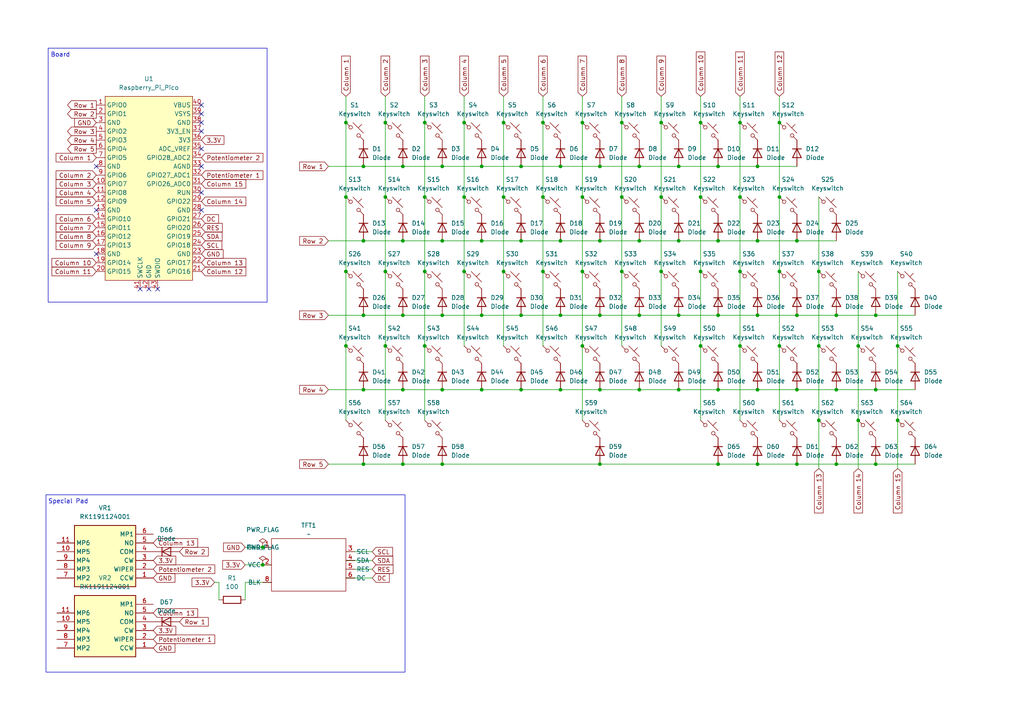
<source format=kicad_sch>
(kicad_sch (version 20250114) (generator "eeschema") (generator_version "9.0")
  (paper "A4")
  (title_block (title "Centauri") (date "2025-06-12") (rev "1.0"))
  (rectangle (start 13.335 143.51) (end 117.475 194.945))
  (rectangle (start 13.97 13.97) (end 77.47 87.63))
  (text "Special Pad" (at 19.812 145.542 0) (effects (font (size 1.27 1.27))))
  (text "Board" (at 17.526 16.002 0) (effects (font (size 1.27 1.27))))
  (junction (at 248.92 121.92))
  (junction (at 123.19 57.15))
  (junction (at 203.2 57.15))
  (junction (at 242.57 113.03))
  (junction (at 146.05 78.74))
  (junction (at 180.34 57.15))
  (junction (at 191.77 57.15))
  (junction (at 219.71 69.85))
  (junction (at 128.27 134.62))
  (junction (at 128.27 48.26))
  (junction (at 100.33 57.15))
  (junction (at 105.41 134.62))
  (junction (at 203.2 35.56))
  (junction (at 196.85 69.85))
  (junction (at 237.49 78.74))
  (junction (at 226.06 57.15))
  (junction (at 208.28 48.26))
  (junction (at 128.27 113.03))
  (junction (at 123.19 100.33))
  (junction (at 191.77 35.56))
  (junction (at 185.42 48.26))
  (junction (at 139.7 91.44))
  (junction (at 260.35 100.33))
  (junction (at 116.84 48.26))
  (junction (at 146.05 57.15))
  (junction (at 226.06 100.33))
  (junction (at 219.71 134.62))
  (junction (at 214.63 78.74))
  (junction (at 151.13 113.03))
  (junction (at 196.85 91.44))
  (junction (at 214.63 35.56))
  (junction (at 219.71 113.03))
  (junction (at 111.76 35.56))
  (junction (at 237.49 121.92))
  (junction (at 116.84 113.03))
  (junction (at 162.56 69.85))
  (junction (at 128.27 69.85))
  (junction (at 208.28 69.85))
  (junction (at 254 134.62))
  (junction (at 168.91 78.74))
  (junction (at 134.62 35.56))
  (junction (at 76.2 163.83))
  (junction (at 151.13 69.85))
  (junction (at 173.99 113.03))
  (junction (at 76.2 158.75))
  (junction (at 208.28 134.62))
  (junction (at 173.99 134.62))
  (junction (at 168.91 35.56))
  (junction (at 214.63 100.33))
  (junction (at 196.85 48.26))
  (junction (at 157.48 78.74))
  (junction (at 105.41 113.03))
  (junction (at 254 113.03))
  (junction (at 237.49 100.33))
  (junction (at 123.19 35.56))
  (junction (at 180.34 78.74))
  (junction (at 226.06 78.74))
  (junction (at 111.76 78.74))
  (junction (at 134.62 57.15))
  (junction (at 173.99 48.26))
  (junction (at 203.2 78.74))
  (junction (at 231.14 69.85))
  (junction (at 203.2 100.33))
  (junction (at 248.92 100.33))
  (junction (at 105.41 69.85))
  (junction (at 196.85 113.03))
  (junction (at 242.57 91.44))
  (junction (at 208.28 113.03))
  (junction (at 173.99 69.85))
  (junction (at 105.41 48.26))
  (junction (at 151.13 48.26))
  (junction (at 116.84 91.44))
  (junction (at 105.41 91.44))
  (junction (at 231.14 134.62))
  (junction (at 185.42 113.03))
  (junction (at 219.71 91.44))
  (junction (at 139.7 113.03))
  (junction (at 168.91 100.33))
  (junction (at 231.14 91.44))
  (junction (at 208.28 91.44))
  (junction (at 173.99 91.44))
  (junction (at 116.84 134.62))
  (junction (at 168.91 57.15))
  (junction (at 157.48 57.15))
  (junction (at 157.48 35.56))
  (junction (at 226.06 35.56))
  (junction (at 139.7 48.26))
  (junction (at 139.7 69.85))
  (junction (at 100.33 78.74))
  (junction (at 111.76 57.15))
  (junction (at 111.76 100.33))
  (junction (at 162.56 91.44))
  (junction (at 260.35 121.92))
  (junction (at 146.05 35.56))
  (junction (at 219.71 48.26))
  (junction (at 231.14 113.03))
  (junction (at 214.63 57.15))
  (junction (at 151.13 91.44))
  (junction (at 134.62 78.74))
  (junction (at 254 91.44))
  (junction (at 123.19 78.74))
  (junction (at 128.27 91.44))
  (junction (at 100.33 35.56))
  (junction (at 242.57 134.62))
  (junction (at 100.33 100.33))
  (junction (at 180.34 35.56))
  (junction (at 116.84 69.85))
  (junction (at 185.42 91.44))
  (junction (at 191.77 78.74))
  (junction (at 162.56 48.26))
  (junction (at 162.56 113.03))
  (junction (at 185.42 69.85))
  (no_connect (at 58.42 30.48))
  (no_connect (at 58.42 33.02))
  (no_connect (at 40.64 83.82))
  (no_connect (at 27.94 73.66))
  (no_connect (at 58.42 48.26))
  (no_connect (at 58.42 43.18))
  (no_connect (at 58.42 38.1))
  (no_connect (at 27.94 60.96))
  (no_connect (at 58.42 55.88))
  (no_connect (at 27.94 48.26))
  (no_connect (at 43.18 83.82))
  (no_connect (at 58.42 60.96))
  (no_connect (at 45.72 83.82))
  (no_connect (at 58.42 35.56))
  (wire (pts (xy 105.41 134.62) (xy 116.84 134.62)))
  (wire (pts (xy 151.13 91.44) (xy 162.56 91.44)))
  (wire (pts (xy 157.48 57.15) (xy 157.48 78.74)))
  (wire (pts (xy 203.2 78.74) (xy 203.2 100.33)))
  (wire (pts (xy 107.95 167.64) (xy 100.33 167.64)))
  (wire (pts (xy 203.2 35.56) (xy 203.2 57.15)))
  (wire (pts (xy 71.12 158.75) (xy 76.2 158.75)))
  (wire (pts (xy 173.99 91.44) (xy 185.42 91.44)))
  (wire (pts (xy 111.76 27.94) (xy 111.76 35.56)))
  (wire (pts (xy 214.63 57.15) (xy 214.63 78.74)))
  (wire (pts (xy 123.19 57.15) (xy 123.19 78.74)))
  (wire (pts (xy 151.13 48.26) (xy 162.56 48.26)))
  (wire (pts (xy 123.19 100.33) (xy 123.19 121.92)))
  (wire (pts (xy 162.56 69.85) (xy 173.99 69.85)))
  (wire (pts (xy 219.71 134.62) (xy 231.14 134.62)))
  (wire (pts (xy 226.06 57.15) (xy 226.06 78.74)))
  (wire (pts (xy 107.95 160.02) (xy 100.33 160.02)))
  (wire (pts (xy 123.19 35.56) (xy 123.19 57.15)))
  (wire (pts (xy 248.92 121.92) (xy 248.92 135.89)))
  (wire (pts (xy 237.49 135.89) (xy 237.49 121.92)))
  (wire (pts (xy 219.71 69.85) (xy 231.14 69.85)))
  (wire (pts (xy 162.56 91.44) (xy 173.99 91.44)))
  (wire (pts (xy 105.41 48.26) (xy 116.84 48.26)))
  (wire (pts (xy 111.76 57.15) (xy 111.76 78.74)))
  (wire (pts (xy 196.85 113.03) (xy 208.28 113.03)))
  (wire (pts (xy 105.41 91.44) (xy 116.84 91.44)))
  (wire (pts (xy 254 113.03) (xy 265.43 113.03)))
  (wire (pts (xy 128.27 113.03) (xy 139.7 113.03)))
  (wire (pts (xy 237.49 78.74) (xy 237.49 100.33)))
  (wire (pts (xy 214.63 35.56) (xy 214.63 57.15)))
  (wire (pts (xy 196.85 48.26) (xy 208.28 48.26)))
  (wire (pts (xy 100.33 100.33) (xy 100.33 121.92)))
  (wire (pts (xy 180.34 35.56) (xy 180.34 57.15)))
  (wire (pts (xy 203.2 27.94) (xy 203.2 35.56)))
  (wire (pts (xy 151.13 113.03) (xy 162.56 113.03)))
  (wire (pts (xy 157.48 35.56) (xy 157.48 57.15)))
  (wire (pts (xy 208.28 113.03) (xy 219.71 113.03)))
  (wire (pts (xy 105.41 113.03) (xy 116.84 113.03)))
  (wire (pts (xy 139.7 113.03) (xy 151.13 113.03)))
  (wire (pts (xy 139.7 91.44) (xy 151.13 91.44)))
  (wire (pts (xy 208.28 48.26) (xy 219.71 48.26)))
  (wire (pts (xy 185.42 113.03) (xy 196.85 113.03)))
  (wire (pts (xy 196.85 69.85) (xy 208.28 69.85)))
  (wire (pts (xy 219.71 113.03) (xy 231.14 113.03)))
  (wire (pts (xy 111.76 100.33) (xy 111.76 121.92)))
  (wire (pts (xy 208.28 69.85) (xy 219.71 69.85)))
  (wire (pts (xy 226.06 35.56) (xy 226.06 57.15)))
  (wire (pts (xy 128.27 134.62) (xy 173.99 134.62)))
  (wire (pts (xy 242.57 134.62) (xy 254 134.62)))
  (wire (pts (xy 191.77 27.94) (xy 191.77 35.56)))
  (wire (pts (xy 214.63 100.33) (xy 214.63 121.92)))
  (wire (pts (xy 226.06 100.33) (xy 226.06 121.92)))
  (wire (pts (xy 95.25 113.03) (xy 105.41 113.03)))
  (wire (pts (xy 123.19 78.74) (xy 123.19 100.33)))
  (wire (pts (xy 134.62 27.94) (xy 134.62 35.56)))
  (wire (pts (xy 191.77 57.15) (xy 191.77 78.74)))
  (wire (pts (xy 95.25 91.44) (xy 105.41 91.44)))
  (wire (pts (xy 208.28 91.44) (xy 219.71 91.44)))
  (wire (pts (xy 100.33 57.15) (xy 100.33 78.74)))
  (wire (pts (xy 226.06 78.74) (xy 226.06 100.33)))
  (wire (pts (xy 146.05 27.94) (xy 146.05 35.56)))
  (wire (pts (xy 123.19 27.94) (xy 123.19 35.56)))
  (wire (pts (xy 71.12 163.83) (xy 76.2 163.83)))
  (wire (pts (xy 203.2 100.33) (xy 203.2 121.92)))
  (wire (pts (xy 260.35 100.33) (xy 260.35 121.92)))
  (wire (pts (xy 226.06 27.94) (xy 226.06 35.56)))
  (wire (pts (xy 248.92 78.74) (xy 248.92 100.33)))
  (wire (pts (xy 111.76 35.56) (xy 111.76 57.15)))
  (wire (pts (xy 237.49 100.33) (xy 237.49 121.92)))
  (wire (pts (xy 146.05 57.15) (xy 146.05 78.74)))
  (wire (pts (xy 208.28 134.62) (xy 219.71 134.62)))
  (wire (pts (xy 100.33 35.56) (xy 100.33 57.15)))
  (wire (pts (xy 134.62 35.56) (xy 134.62 57.15)))
  (wire (pts (xy 237.49 57.15) (xy 237.49 78.74)))
  (wire (pts (xy 180.34 57.15) (xy 180.34 78.74)))
  (wire (pts (xy 116.84 134.62) (xy 128.27 134.62)))
  (wire (pts (xy 71.12 168.91) (xy 71.12 173.99)))
  (wire (pts (xy 168.91 78.74) (xy 168.91 100.33)))
  (wire (pts (xy 231.14 134.62) (xy 242.57 134.62)))
  (wire (pts (xy 173.99 134.62) (xy 208.28 134.62)))
  (wire (pts (xy 203.2 57.15) (xy 203.2 78.74)))
  (wire (pts (xy 191.77 35.56) (xy 191.77 57.15)))
  (wire (pts (xy 231.14 91.44) (xy 242.57 91.44)))
  (wire (pts (xy 105.41 69.85) (xy 116.84 69.85)))
  (wire (pts (xy 242.57 91.44) (xy 254 91.44)))
  (wire (pts (xy 219.71 48.26) (xy 231.14 48.26)))
  (wire (pts (xy 219.71 91.44) (xy 231.14 91.44)))
  (wire (pts (xy 254 134.62) (xy 265.43 134.62)))
  (wire (pts (xy 173.99 48.26) (xy 185.42 48.26)))
  (wire (pts (xy 146.05 78.74) (xy 146.05 100.33)))
  (wire (pts (xy 71.12 168.91) (xy 78.74 168.91)))
  (wire (pts (xy 116.84 113.03) (xy 128.27 113.03)))
  (wire (pts (xy 214.63 78.74) (xy 214.63 100.33)))
  (wire (pts (xy 196.85 91.44) (xy 208.28 91.44)))
  (wire (pts (xy 107.95 165.1) (xy 100.33 165.1)))
  (wire (pts (xy 173.99 69.85) (xy 185.42 69.85)))
  (wire (pts (xy 116.84 69.85) (xy 128.27 69.85)))
  (wire (pts (xy 139.7 48.26) (xy 151.13 48.26)))
  (wire (pts (xy 95.25 48.26) (xy 105.41 48.26)))
  (wire (pts (xy 180.34 78.74) (xy 180.34 100.33)))
  (wire (pts (xy 254 91.44) (xy 265.43 91.44)))
  (wire (pts (xy 157.48 78.74) (xy 157.48 100.33)))
  (wire (pts (xy 128.27 48.26) (xy 139.7 48.26)))
  (wire (pts (xy 162.56 48.26) (xy 173.99 48.26)))
  (wire (pts (xy 95.25 134.62) (xy 105.41 134.62)))
  (wire (pts (xy 107.95 162.56) (xy 100.33 162.56)))
  (wire (pts (xy 168.91 27.94) (xy 168.91 35.56)))
  (wire (pts (xy 62.23 168.91) (xy 63.5 168.91)))
  (wire (pts (xy 139.7 69.85) (xy 151.13 69.85)))
  (wire (pts (xy 185.42 48.26) (xy 196.85 48.26)))
  (wire (pts (xy 168.91 57.15) (xy 168.91 78.74)))
  (wire (pts (xy 151.13 69.85) (xy 162.56 69.85)))
  (wire (pts (xy 231.14 113.03) (xy 242.57 113.03)))
  (wire (pts (xy 111.76 78.74) (xy 111.76 100.33)))
  (wire (pts (xy 100.33 27.94) (xy 100.33 35.56)))
  (wire (pts (xy 134.62 78.74) (xy 134.62 100.33)))
  (wire (pts (xy 242.57 113.03) (xy 254 113.03)))
  (wire (pts (xy 162.56 113.03) (xy 173.99 113.03)))
  (wire (pts (xy 146.05 35.56) (xy 146.05 57.15)))
  (wire (pts (xy 191.77 78.74) (xy 191.77 100.33)))
  (wire (pts (xy 76.2 163.83) (xy 78.74 163.83)))
  (wire (pts (xy 214.63 27.94) (xy 214.63 35.56)))
  (wire (pts (xy 260.35 121.92) (xy 260.35 135.89)))
  (wire (pts (xy 248.92 100.33) (xy 248.92 121.92)))
  (wire (pts (xy 76.2 158.75) (xy 78.74 158.75)))
  (wire (pts (xy 63.5 168.91) (xy 63.5 173.99)))
  (wire (pts (xy 173.99 113.03) (xy 185.42 113.03)))
  (wire (pts (xy 134.62 57.15) (xy 134.62 78.74)))
  (wire (pts (xy 100.33 78.74) (xy 100.33 100.33)))
  (wire (pts (xy 168.91 35.56) (xy 168.91 57.15)))
  (wire (pts (xy 95.25 69.85) (xy 105.41 69.85)))
  (wire (pts (xy 185.42 91.44) (xy 196.85 91.44)))
  (wire (pts (xy 260.35 78.74) (xy 260.35 100.33)))
  (wire (pts (xy 231.14 69.85) (xy 242.57 69.85)))
  (wire (pts (xy 116.84 48.26) (xy 128.27 48.26)))
  (wire (pts (xy 185.42 69.85) (xy 196.85 69.85)))
  (wire (pts (xy 128.27 91.44) (xy 139.7 91.44)))
  (wire (pts (xy 116.84 91.44) (xy 128.27 91.44)))
  (wire (pts (xy 180.34 27.94) (xy 180.34 35.56)))
  (wire (pts (xy 157.48 27.94) (xy 157.48 35.56)))
  (wire (pts (xy 168.91 100.33) (xy 168.91 121.92)))
  (wire (pts (xy 128.27 69.85) (xy 139.7 69.85)))
  (global_label "Row 5" (shape input) (at 95.25 134.62 180) (property "Intersheetrefs" "${INTERSHEET_REFS}" (effects (hide yes))))
  (global_label "GND" (shape input) (at 58.42 73.66 0) (property "Intersheetrefs" "${INTERSHEET_REFS}" (effects (hide yes))))
  (global_label "Column 10" (shape input) (at 27.94 76.2 180) (property "Intersheetrefs" "${INTERSHEET_REFS}" (effects (hide yes))))
  (global_label "GND" (shape input) (at 44.45 187.96 0) (property "Intersheetrefs" "${INTERSHEET_REFS}" (effects (hide yes))))
  (global_label "Row 1" (shape input) (at 95.25 48.26 180) (property "Intersheetrefs" "${INTERSHEET_REFS}" (effects (hide yes))))
  (global_label "3.3V" (shape input) (at 71.12 163.83 180) (property "Intersheetrefs" "${INTERSHEET_REFS}" (effects (hide yes))))
  (global_label "Potentiometer 1" (shape input) (at 58.42 50.8 0) (property "Intersheetrefs" "${INTERSHEET_REFS}" (effects (hide yes))))
  (global_label "DC" (shape input) (at 107.95 167.64 0) (property "Intersheetrefs" "${INTERSHEET_REFS}" (effects (hide yes))))
  (global_label "3.3V" (shape input) (at 44.45 162.56 0) (property "Intersheetrefs" "${INTERSHEET_REFS}" (effects (hide yes))))
  (global_label "Column 6" (shape input) (at 157.48 27.94 90) (property "Intersheetrefs" "${INTERSHEET_REFS}" (effects (hide yes))))
  (global_label "Row 3" (shape output) (at 27.94 38.1 180) (property "Intersheetrefs" "${INTERSHEET_REFS}" (effects (hide yes))))
  (global_label "Column 3" (shape input) (at 123.19 27.94 90) (property "Intersheetrefs" "${INTERSHEET_REFS}" (effects (hide yes))))
  (global_label "Column 12" (shape input) (at 226.06 27.94 90) (property "Intersheetrefs" "${INTERSHEET_REFS}" (effects (hide yes))))
  (global_label "Column 8" (shape input) (at 27.94 68.58 180) (property "Intersheetrefs" "${INTERSHEET_REFS}" (effects (hide yes))))
  (global_label "Column 3" (shape input) (at 27.94 53.34 180) (property "Intersheetrefs" "${INTERSHEET_REFS}" (effects (hide yes))))
  (global_label "Column 2" (shape input) (at 111.76 27.94 90) (property "Intersheetrefs" "${INTERSHEET_REFS}" (effects (hide yes))))
  (global_label "Column 15" (shape input) (at 260.35 135.89 270) (property "Intersheetrefs" "${INTERSHEET_REFS}" (effects (hide yes))))
  (global_label "Column 13" (shape input) (at 58.42 76.2 0) (property "Intersheetrefs" "${INTERSHEET_REFS}" (effects (hide yes))))
  (global_label "SCL" (shape input) (at 58.42 71.12 0) (property "Intersheetrefs" "${INTERSHEET_REFS}" (effects (hide yes))))
  (global_label "Column 11" (shape input) (at 214.63 27.94 90) (property "Intersheetrefs" "${INTERSHEET_REFS}" (effects (hide yes))))
  (global_label "DC" (shape input) (at 58.42 63.5 0) (property "Intersheetrefs" "${INTERSHEET_REFS}" (effects (hide yes))))
  (global_label "Column 12" (shape input) (at 58.42 78.74 0) (property "Intersheetrefs" "${INTERSHEET_REFS}" (effects (hide yes))))
  (global_label "3.3V" (shape input) (at 62.23 168.91 180) (property "Intersheetrefs" "${INTERSHEET_REFS}" (effects (hide yes))))
  (global_label "Column 13" (shape input) (at 237.49 135.89 270) (property "Intersheetrefs" "${INTERSHEET_REFS}" (effects (hide yes))))
  (global_label "Column 8" (shape input) (at 180.34 27.94 90) (property "Intersheetrefs" "${INTERSHEET_REFS}" (effects (hide yes))))
  (global_label "Column 1" (shape input) (at 100.33 27.94 90) (property "Intersheetrefs" "${INTERSHEET_REFS}" (effects (hide yes))))
  (global_label "Row 3" (shape input) (at 95.25 91.44 180) (property "Intersheetrefs" "${INTERSHEET_REFS}" (effects (hide yes))))
  (global_label "Column 14" (shape input) (at 248.92 135.89 270) (property "Intersheetrefs" "${INTERSHEET_REFS}" (effects (hide yes))))
  (global_label "RES" (shape input) (at 58.42 66.04 0) (property "Intersheetrefs" "${INTERSHEET_REFS}" (effects (hide yes))))
  (global_label "Column 7" (shape input) (at 27.94 66.04 180) (property "Intersheetrefs" "${INTERSHEET_REFS}" (effects (hide yes))))
  (global_label "Column 13" (shape input) (at 44.45 177.8 0) (property "Intersheetrefs" "${INTERSHEET_REFS}" (effects (hide yes))))
  (global_label "Column 11" (shape input) (at 27.94 78.74 180) (property "Intersheetrefs" "${INTERSHEET_REFS}" (effects (hide yes))))
  (global_label "Column 5" (shape input) (at 27.94 58.42 180) (property "Intersheetrefs" "${INTERSHEET_REFS}" (effects (hide yes))))
  (global_label "GND" (shape input) (at 71.12 158.75 180) (property "Intersheetrefs" "${INTERSHEET_REFS}" (effects (hide yes))))
  (global_label "Row 2" (shape input) (at 52.07 160.02 0) (property "Intersheetrefs" "${INTERSHEET_REFS}" (effects (hide yes))))
  (global_label "3.3V" (shape input) (at 44.45 182.88 0) (property "Intersheetrefs" "${INTERSHEET_REFS}" (effects (hide yes))))
  (global_label "GND" (shape input) (at 44.45 167.64 0) (property "Intersheetrefs" "${INTERSHEET_REFS}" (effects (hide yes))))
  (global_label "Row 1" (shape input) (at 52.07 180.34 0) (property "Intersheetrefs" "${INTERSHEET_REFS}" (effects (hide yes))))
  (global_label "Column 13" (shape input) (at 44.45 157.48 0) (property "Intersheetrefs" "${INTERSHEET_REFS}" (effects (hide yes))))
  (global_label "Potentiometer 2" (shape input) (at 58.42 45.72 0) (property "Intersheetrefs" "${INTERSHEET_REFS}" (effects (hide yes))))
  (global_label "Column 7" (shape input) (at 168.91 27.94 90) (property "Intersheetrefs" "${INTERSHEET_REFS}" (effects (hide yes))))
  (global_label "GND" (shape input) (at 27.94 35.56 180) (property "Intersheetrefs" "${INTERSHEET_REFS}" (effects (hide yes))))
  (global_label "Row 4" (shape output) (at 27.94 40.64 180) (property "Intersheetrefs" "${INTERSHEET_REFS}" (effects (hide yes))))
  (global_label "Column 5" (shape input) (at 146.05 27.94 90) (property "Intersheetrefs" "${INTERSHEET_REFS}" (effects (hide yes))))
  (global_label "Column 2" (shape input) (at 27.94 50.8 180) (property "Intersheetrefs" "${INTERSHEET_REFS}" (effects (hide yes))))
  (global_label "Column 4" (shape input) (at 27.94 55.88 180) (property "Intersheetrefs" "${INTERSHEET_REFS}" (effects (hide yes))))
  (global_label "Column 9" (shape input) (at 191.77 27.94 90) (property "Intersheetrefs" "${INTERSHEET_REFS}" (effects (hide yes))))
  (global_label "Column 10" (shape input) (at 203.2 27.94 90) (property "Intersheetrefs" "${INTERSHEET_REFS}" (effects (hide yes))))
  (global_label "Row 5" (shape output) (at 27.94 43.18 180) (property "Intersheetrefs" "${INTERSHEET_REFS}" (effects (hide yes))))
  (global_label "Row 2" (shape input) (at 95.25 69.85 180) (property "Intersheetrefs" "${INTERSHEET_REFS}" (effects (hide yes))))
  (global_label "Potentiometer 2" (shape input) (at 44.45 165.1 0) (property "Intersheetrefs" "${INTERSHEET_REFS}" (effects (hide yes))))
  (global_label "Column 4" (shape input) (at 134.62 27.94 90) (property "Intersheetrefs" "${INTERSHEET_REFS}" (effects (hide yes))))
  (global_label "Column 14" (shape input) (at 58.42 58.42 0) (property "Intersheetrefs" "${INTERSHEET_REFS}" (effects (hide yes))))
  (global_label "Column 6" (shape input) (at 27.94 63.5 180) (property "Intersheetrefs" "${INTERSHEET_REFS}" (effects (hide yes))))
  (global_label "Column 9" (shape input) (at 27.94 71.12 180) (property "Intersheetrefs" "${INTERSHEET_REFS}" (effects (hide yes))))
  (global_label "SDA" (shape input) (at 107.95 162.56 0) (property "Intersheetrefs" "${INTERSHEET_REFS}" (effects (hide yes))))
  (global_label "Row 1" (shape output) (at 27.94 30.48 180) (property "Intersheetrefs" "${INTERSHEET_REFS}" (effects (hide yes))))
  (global_label "RES" (shape input) (at 107.95 165.1 0) (property "Intersheetrefs" "${INTERSHEET_REFS}" (effects (hide yes))))
  (global_label "SDA" (shape input) (at 58.42 68.58 0) (property "Intersheetrefs" "${INTERSHEET_REFS}" (effects (hide yes))))
  (global_label "SCL" (shape input) (at 107.95 160.02 0) (property "Intersheetrefs" "${INTERSHEET_REFS}" (effects (hide yes))))
  (global_label "Row 4" (shape input) (at 95.25 113.03 180) (property "Intersheetrefs" "${INTERSHEET_REFS}" (effects (hide yes))))
  (global_label "Column 15" (shape input) (at 58.42 53.34 0) (property "Intersheetrefs" "${INTERSHEET_REFS}" (effects (hide yes))))
  (global_label "Column 1" (shape input) (at 27.94 45.72 180) (property "Intersheetrefs" "${INTERSHEET_REFS}" (effects (hide yes))))
  (global_label "Row 2" (shape output) (at 27.94 33.02 180) (property "Intersheetrefs" "${INTERSHEET_REFS}" (effects (hide yes))))
  (global_label "3.3V" (shape input) (at 58.42 40.64 0) (property "Intersheetrefs" "${INTERSHEET_REFS}" (effects (hide yes))))
  (global_label "Potentiometer 1" (shape input) (at 44.45 185.42 0) (property "Intersheetrefs" "${INTERSHEET_REFS}" (effects (hide yes))))
  (symbol (lib_id "ScottoKeebs:Placeholder_Diode") (at 162.56 87.63 270) (unit 1)
    (property "Reference" "D31" (at 165.1 86.3599 90) (effects (justify left)))
    (property "Value" "Diode" (at 165.1 88.8999 90) (effects (justify left)))
    (property "Footprint" "ScottoKeebs_Components:Diode_SOD-123" (effects (hide yes)))
    (property "Description" "1N4148 (DO-35) or 1N4148W (SOD-123)" (effects (hide yes)))
    (property "Sim.Device" "D" (effects (hide yes)))
    (property "Sim.Pins" "1=K 2=A" (effects (hide yes)))
  )
  (symbol (lib_id "ScottoKeebs:Placeholder_Keyswitch") (at 137.16 102.87 0) (unit 1)
    (property "Reference" "S44" (at 137.16 95.25 0))
    (property "Value" "Keyswitch" (at 137.16 97.79 0))
    (property "Footprint" "ScottoKeebs_Choc:Choc_V1_1.00u" (effects (hide yes)))
    (property "Description" "Push button switch, normally open, two pins, 45° tilted" (effects (hide yes)))
  )
  (symbol (lib_id "ScottoKeebs:Placeholder_Keyswitch") (at 194.31 81.28 0) (unit 1)
    (property "Reference" "S34" (at 194.31 73.66 0))
    (property "Value" "Keyswitch" (at 194.31 76.2 0))
    (property "Footprint" "ScottoKeebs_Choc:Choc_V1_1.00u" (effects (hide yes)))
    (property "Description" "Push button switch, normally open, two pins, 45° tilted" (effects (hide yes)))
  )
  (symbol (lib_id "ScottoKeebs:Placeholder_Keyswitch") (at 205.74 81.28 0) (unit 1)
    (property "Reference" "S35" (at 205.74 73.66 0))
    (property "Value" "Keyswitch" (at 205.74 76.2 0))
    (property "Footprint" "ScottoKeebs_Choc:Choc_V1_1.00u" (effects (hide yes)))
    (property "Description" "Push button switch, normally open, two pins, 45° tilted" (effects (hide yes)))
  )
  (symbol (lib_id "ScottoKeebs:Placeholder_Keyswitch") (at 125.73 102.87 0) (unit 1)
    (property "Reference" "S43" (at 125.73 95.25 0))
    (property "Value" "Keyswitch" (at 125.73 97.79 0))
    (property "Footprint" "ScottoKeebs_Choc:Choc_V1_1.00u" (effects (hide yes)))
    (property "Description" "Push button switch, normally open, two pins, 45° tilted" (effects (hide yes)))
  )
  (symbol (lib_id "ScottoKeebs:Placeholder_Diode") (at 139.7 87.63 270) (unit 1)
    (property "Reference" "D29" (at 142.24 86.3599 90) (effects (justify left)))
    (property "Value" "Diode" (at 142.24 88.8999 90) (effects (justify left)))
    (property "Footprint" "ScottoKeebs_Components:Diode_SOD-123" (effects (hide yes)))
    (property "Description" "1N4148 (DO-35) or 1N4148W (SOD-123)" (effects (hide yes)))
    (property "Sim.Device" "D" (effects (hide yes)))
    (property "Sim.Pins" "1=K 2=A" (effects (hide yes)))
  )
  (symbol (lib_id "ScottoKeebs:Placeholder_Diode") (at 128.27 66.04 270) (unit 1)
    (property "Reference" "D15" (at 130.81 64.7699 90) (effects (justify left)))
    (property "Value" "Diode" (at 130.81 67.3099 90) (effects (justify left)))
    (property "Footprint" "ScottoKeebs_Components:Diode_SOD-123" (effects (hide yes)))
    (property "Description" "1N4148 (DO-35) or 1N4148W (SOD-123)" (effects (hide yes)))
    (property "Sim.Device" "D" (effects (hide yes)))
    (property "Sim.Pins" "1=K 2=A" (effects (hide yes)))
  )
  (symbol (lib_id "RK1191124001:RK1191124001") (at 44.45 167.64 180) (unit 1)
    (property "Reference" "VR1" (at 30.48 147.32 0))
    (property "Value" "RK1191124001" (at 30.48 149.86 0))
    (property "Footprint" "RK1191124001:RK1191124001" (effects (hide yes)))
    (property "Datasheet" "https://tech.alpsalpine.com/e/products/detail/RK1191124001/" (effects (hide yes)))
    (property "Description" "+/-20% 50mW 10k SMD Potentiometers, Variable Resistors ROHS , 10VDC, -40C ~ +85C" (effects (hide yes)))
    (property "Height" "20" (effects (hide yes)))
    (property "Mouser Part Number" "688-RK1191124001" (effects (hide yes)))
    (property "Mouser Price/Stock" "https://www.mouser.co.uk/ProductDetail/Alps-Alpine/RK1191124001?qs=YMSFtX0bdJDxC%2FSZguQ0Ow%3D%3D" (effects (hide yes)))
    (property "Manufacturer_Name" "ALPS Electric" (effects (hide yes)))
    (property "Manufacturer_Part_Number" "RK1191124001" (effects (hide yes)))
  )
  (symbol (lib_id "ScottoKeebs:Placeholder_Keyswitch") (at 125.73 38.1 0) (unit 1)
    (property "Reference" "S3" (at 125.73 30.48 0))
    (property "Value" "Keyswitch" (at 125.73 33.02 0))
    (property "Footprint" "ScottoKeebs_Choc:Choc_V1_1.00u" (effects (hide yes)))
    (property "Description" "Push button switch, normally open, two pins, 45° tilted" (effects (hide yes)))
  )
  (symbol (lib_id "ScottoKeebs:Placeholder_Diode") (at 231.14 130.81 270) (unit 1)
    (property "Reference" "D61" (at 233.68 129.5399 90) (effects (justify left)))
    (property "Value" "Diode" (at 233.68 132.0799 90) (effects (justify left)))
    (property "Footprint" "ScottoKeebs_Components:Diode_SOD-123" (effects (hide yes)))
    (property "Description" "1N4148 (DO-35) or 1N4148W (SOD-123)" (effects (hide yes)))
    (property "Sim.Device" "D" (effects (hide yes)))
    (property "Sim.Pins" "1=K 2=A" (effects (hide yes)))
  )
  (symbol (lib_id "ScottoKeebs:Placeholder_Diode") (at 208.28 130.81 270) (unit 1)
    (property "Reference" "D65" (at 210.82 129.5399 90) (effects (justify left)))
    (property "Value" "Diode" (at 210.82 132.0799 90) (effects (justify left)))
    (property "Footprint" "ScottoKeebs_Components:Diode_SOD-123" (effects (hide yes)))
    (property "Description" "1N4148 (DO-35) or 1N4148W (SOD-123)" (effects (hide yes)))
    (property "Sim.Device" "D" (effects (hide yes)))
    (property "Sim.Pins" "1=K 2=A" (effects (hide yes)))
  )
  (symbol (lib_id "ScottoKeebs:Placeholder_Keyswitch") (at 102.87 81.28 0) (unit 1)
    (property "Reference" "S26" (at 102.87 73.66 0))
    (property "Value" "Keyswitch" (at 102.87 76.2 0))
    (property "Footprint" "ScottoKeebs_Choc:Choc_V1_1.00u" (effects (hide yes)))
    (property "Description" "Push button switch, normally open, two pins, 45° tilted" (effects (hide yes)))
  )
  (symbol (lib_id "ScottoKeebs:Placeholder_Diode") (at 196.85 66.04 270) (unit 1)
    (property "Reference" "D21" (at 199.39 64.7699 90) (effects (justify left)))
    (property "Value" "Diode" (at 199.39 67.3099 90) (effects (justify left)))
    (property "Footprint" "ScottoKeebs_Components:Diode_SOD-123" (effects (hide yes)))
    (property "Description" "1N4148 (DO-35) or 1N4148W (SOD-123)" (effects (hide yes)))
    (property "Sim.Device" "D" (effects (hide yes)))
    (property "Sim.Pins" "1=K 2=A" (effects (hide yes)))
  )
  (symbol (lib_id "ScottoKeebs:Placeholder_Keyswitch") (at 148.59 81.28 0) (unit 1)
    (property "Reference" "S30" (at 148.59 73.66 0))
    (property "Value" "Keyswitch" (at 148.59 76.2 0))
    (property "Footprint" "ScottoKeebs_Choc:Choc_V1_1.00u" (effects (hide yes)))
    (property "Description" "Push button switch, normally open, two pins, 45° tilted" (effects (hide yes)))
  )
  (symbol (lib_id "ScottoKeebs:Placeholder_Diode") (at 128.27 87.63 270) (unit 1)
    (property "Reference" "D28" (at 130.81 86.3599 90) (effects (justify left)))
    (property "Value" "Diode" (at 130.81 88.8999 90) (effects (justify left)))
    (property "Footprint" "ScottoKeebs_Components:Diode_SOD-123" (effects (hide yes)))
    (property "Description" "1N4148 (DO-35) or 1N4148W (SOD-123)" (effects (hide yes)))
    (property "Sim.Device" "D" (effects (hide yes)))
    (property "Sim.Pins" "1=K 2=A" (effects (hide yes)))
  )
  (symbol (lib_id "ScottoKeebs:Placeholder_Diode") (at 208.28 87.63 270) (unit 1)
    (property "Reference" "D35" (at 210.82 86.3599 90) (effects (justify left)))
    (property "Value" "Diode" (at 210.82 88.8999 90) (effects (justify left)))
    (property "Footprint" "ScottoKeebs_Components:Diode_SOD-123" (effects (hide yes)))
    (property "Description" "1N4148 (DO-35) or 1N4148W (SOD-123)" (effects (hide yes)))
    (property "Sim.Device" "D" (effects (hide yes)))
    (property "Sim.Pins" "1=K 2=A" (effects (hide yes)))
  )
  (symbol (lib_id "ScottoKeebs:Placeholder_Keyswitch") (at 240.03 59.69 0) (unit 1)
    (property "Reference" "S25" (at 240.03 52.07 0))
    (property "Value" "Keyswitch" (at 240.03 54.61 0))
    (property "Footprint" "ScottoKeebs_Choc:Choc_V1_1.00u" (effects (hide yes)))
    (property "Description" "Push button switch, normally open, two pins, 45° tilted" (effects (hide yes)))
  )
  (symbol (lib_id "ScottoKeebs:Placeholder_Keyswitch") (at 217.17 124.46 0) (unit 1)
    (property "Reference" "S60" (at 217.17 116.84 0))
    (property "Value" "Keyswitch" (at 217.17 119.38 0))
    (property "Footprint" "ScottoKeebs_Choc:Choc_V1_1.00u" (effects (hide yes)))
    (property "Description" "Push button switch, normally open, two pins, 45° tilted" (effects (hide yes)))
  )
  (symbol (lib_id "ScottoKeebs:Placeholder_Keyswitch") (at 171.45 81.28 0) (unit 1)
    (property "Reference" "S32" (at 171.45 73.66 0))
    (property "Value" "Keyswitch" (at 171.45 76.2 0))
    (property "Footprint" "ScottoKeebs_Choc:Choc_V1_1.00u" (effects (hide yes)))
    (property "Description" "Push button switch, normally open, two pins, 45° tilted" (effects (hide yes)))
  )
  (symbol (lib_id "ScottoKeebs:Placeholder_Keyswitch") (at 114.3 102.87 0) (unit 1)
    (property "Reference" "S42" (at 114.3 95.25 0))
    (property "Value" "Keyswitch" (at 114.3 97.79 0))
    (property "Footprint" "ScottoKeebs_Choc:Choc_V1_1.00u" (effects (hide yes)))
    (property "Description" "Push button switch, normally open, two pins, 45° tilted" (effects (hide yes)))
  )
  (symbol (lib_id "ScottoKeebs:Placeholder_Diode") (at 173.99 130.81 270) (unit 1)
    (property "Reference" "D59" (at 176.53 129.5399 90) (effects (justify left)))
    (property "Value" "Diode" (at 176.53 132.0799 90) (effects (justify left)))
    (property "Footprint" "ScottoKeebs_Components:Diode_SOD-123" (effects (hide yes)))
    (property "Description" "1N4148 (DO-35) or 1N4148W (SOD-123)" (effects (hide yes)))
    (property "Sim.Device" "D" (effects (hide yes)))
    (property "Sim.Pins" "1=K 2=A" (effects (hide yes)))
  )
  (symbol (lib_id "ScottoKeebs:Placeholder_Diode") (at 196.85 87.63 270) (unit 1)
    (property "Reference" "D34" (at 199.39 86.3599 90) (effects (justify left)))
    (property "Value" "Diode" (at 199.39 88.8999 90) (effects (justify left)))
    (property "Footprint" "ScottoKeebs_Components:Diode_SOD-123" (effects (hide yes)))
    (property "Description" "1N4148 (DO-35) or 1N4148W (SOD-123)" (effects (hide yes)))
    (property "Sim.Device" "D" (effects (hide yes)))
    (property "Sim.Pins" "1=K 2=A" (effects (hide yes)))
  )
  (symbol (lib_id "ScottoKeebs:Placeholder_Diode") (at 219.71 66.04 270) (unit 1)
    (property "Reference" "D23" (at 222.25 64.7699 90) (effects (justify left)))
    (property "Value" "Diode" (at 222.25 67.3099 90) (effects (justify left)))
    (property "Footprint" "ScottoKeebs_Components:Diode_SOD-123" (effects (hide yes)))
    (property "Description" "1N4148 (DO-35) or 1N4148W (SOD-123)" (effects (hide yes)))
    (property "Sim.Device" "D" (effects (hide yes)))
    (property "Sim.Pins" "1=K 2=A" (effects (hide yes)))
  )
  (symbol (lib_id "ScottoKeebs:Placeholder_Keyswitch") (at 182.88 81.28 0) (unit 1)
    (property "Reference" "S33" (at 182.88 73.66 0))
    (property "Value" "Keyswitch" (at 182.88 76.2 0))
    (property "Footprint" "ScottoKeebs_Choc:Choc_V1_1.00u" (effects (hide yes)))
    (property "Description" "Push button switch, normally open, two pins, 45° tilted" (effects (hide yes)))
  )
  (symbol (lib_id "ScottoKeebs:Placeholder_Diode") (at 242.57 109.22 270) (unit 1)
    (property "Reference" "D53" (at 245.11 107.9499 90) (effects (justify left)))
    (property "Value" "Diode" (at 245.11 110.4899 90) (effects (justify left)))
    (property "Footprint" "ScottoKeebs_Components:Diode_SOD-123" (effects (hide yes)))
    (property "Description" "1N4148 (DO-35) or 1N4148W (SOD-123)" (effects (hide yes)))
    (property "Sim.Device" "D" (effects (hide yes)))
    (property "Sim.Pins" "1=K 2=A" (effects (hide yes)))
  )
  (symbol (lib_id "ScottoKeebs:Placeholder_Keyswitch") (at 194.31 38.1 0) (unit 1)
    (property "Reference" "S9" (at 194.31 30.48 0))
    (property "Value" "Keyswitch" (at 194.31 33.02 0))
    (property "Footprint" "ScottoKeebs_Choc:Choc_V1_1.00u" (effects (hide yes)))
    (property "Description" "Push button switch, normally open, two pins, 45° tilted" (effects (hide yes)))
  )
  (symbol (lib_id "ScottoKeebs:Placeholder_Diode") (at 254 130.81 270) (unit 1)
    (property "Reference" "D63" (at 256.54 129.5399 90) (effects (justify left)))
    (property "Value" "Diode" (at 256.54 132.0799 90) (effects (justify left)))
    (property "Footprint" "ScottoKeebs_Components:Diode_SOD-123" (effects (hide yes)))
    (property "Description" "1N4148 (DO-35) or 1N4148W (SOD-123)" (effects (hide yes)))
    (property "Sim.Device" "D" (effects (hide yes)))
    (property "Sim.Pins" "1=K 2=A" (effects (hide yes)))
  )
  (symbol (lib_id "ScottoKeebs:Placeholder_Diode") (at 173.99 66.04 270) (unit 1)
    (property "Reference" "D19" (at 176.53 64.7699 90) (effects (justify left)))
    (property "Value" "Diode" (at 176.53 67.3099 90) (effects (justify left)))
    (property "Footprint" "ScottoKeebs_Components:Diode_SOD-123" (effects (hide yes)))
    (property "Description" "1N4148 (DO-35) or 1N4148W (SOD-123)" (effects (hide yes)))
    (property "Sim.Device" "D" (effects (hide yes)))
    (property "Sim.Pins" "1=K 2=A" (effects (hide yes)))
  )
  (symbol (lib_id "ScottoKeebs:Placeholder_Diode") (at 231.14 109.22 270) (unit 1)
    (property "Reference" "D52" (at 233.68 107.9499 90) (effects (justify left)))
    (property "Value" "Diode" (at 233.68 110.4899 90) (effects (justify left)))
    (property "Footprint" "ScottoKeebs_Components:Diode_SOD-123" (effects (hide yes)))
    (property "Description" "1N4148 (DO-35) or 1N4148W (SOD-123)" (effects (hide yes)))
    (property "Sim.Device" "D" (effects (hide yes)))
    (property "Sim.Pins" "1=K 2=A" (effects (hide yes)))
  )
  (symbol (lib_id "ScottoKeebs:Placeholder_Keyswitch") (at 217.17 81.28 0) (unit 1)
    (property "Reference" "S36" (at 217.17 73.66 0))
    (property "Value" "Keyswitch" (at 217.17 76.2 0))
    (property "Footprint" "ScottoKeebs_Choc:Choc_V1_1.00u" (effects (hide yes)))
    (property "Description" "Push button switch, normally open, two pins, 45° tilted" (effects (hide yes)))
  )
  (symbol (lib_id "ScottoKeebs:Placeholder_Keyswitch") (at 160.02 81.28 0) (unit 1)
    (property "Reference" "S31" (at 160.02 73.66 0))
    (property "Value" "Keyswitch" (at 160.02 76.2 0))
    (property "Footprint" "ScottoKeebs_Choc:Choc_V1_1.00u" (effects (hide yes)))
    (property "Description" "Push button switch, normally open, two pins, 45° tilted" (effects (hide yes)))
  )
  (symbol (lib_id "ScottoKeebs:Placeholder_Diode") (at 128.27 130.81 270) (unit 1)
    (property "Reference" "D58" (at 130.81 129.5399 90) (effects (justify left)))
    (property "Value" "Diode" (at 130.81 132.0799 90) (effects (justify left)))
    (property "Footprint" "ScottoKeebs_Components:Diode_SOD-123" (effects (hide yes)))
    (property "Description" "1N4148 (DO-35) or 1N4148W (SOD-123)" (effects (hide yes)))
    (property "Sim.Device" "D" (effects (hide yes)))
    (property "Sim.Pins" "1=K 2=A" (effects (hide yes)))
  )
  (symbol (lib_id "ScottoKeebs:Placeholder_Diode") (at 162.56 44.45 270) (unit 1)
    (property "Reference" "D6" (at 165.1 43.1799 90) (effects (justify left)))
    (property "Value" "Diode" (at 165.1 45.7199 90) (effects (justify left)))
    (property "Footprint" "ScottoKeebs_Components:Diode_SOD-123" (effects (hide yes)))
    (property "Description" "1N4148 (DO-35) or 1N4148W (SOD-123)" (effects (hide yes)))
    (property "Sim.Device" "D" (effects (hide yes)))
    (property "Sim.Pins" "1=K 2=A" (effects (hide yes)))
  )
  (symbol (lib_id "ScottoKeebs:Placeholder_Keyswitch") (at 160.02 38.1 0) (unit 1)
    (property "Reference" "S6" (at 160.02 30.48 0))
    (property "Value" "Keyswitch" (at 160.02 33.02 0))
    (property "Footprint" "ScottoKeebs_Choc:Choc_V1_1.00u" (effects (hide yes)))
    (property "Description" "Push button switch, normally open, two pins, 45° tilted" (effects (hide yes)))
  )
  (symbol (lib_id "ScottoKeebs:Placeholder_Keyswitch") (at 228.6 81.28 0) (unit 1)
    (property "Reference" "S37" (at 228.6 73.66 0))
    (property "Value" "Keyswitch" (at 228.6 76.2 0))
    (property "Footprint" "ScottoKeebs_Choc:Choc_V1_1.00u" (effects (hide yes)))
    (property "Description" "Push button switch, normally open, two pins, 45° tilted" (effects (hide yes)))
  )
  (symbol (lib_id "ScottoKeebs:Placeholder_Diode") (at 128.27 109.22 270) (unit 1)
    (property "Reference" "D43" (at 130.81 107.9499 90) (effects (justify left)))
    (property "Value" "Diode" (at 130.81 110.4899 90) (effects (justify left)))
    (property "Footprint" "ScottoKeebs_Components:Diode_SOD-123" (effects (hide yes)))
    (property "Description" "1N4148 (DO-35) or 1N4148W (SOD-123)" (effects (hide yes)))
    (property "Sim.Device" "D" (effects (hide yes)))
    (property "Sim.Pins" "1=K 2=A" (effects (hide yes)))
  )
  (symbol (lib_id "ScottoKeebs:Placeholder_Diode") (at 242.57 66.04 270) (unit 1)
    (property "Reference" "D25" (at 245.11 64.7699 90) (effects (justify left)))
    (property "Value" "Diode" (at 245.11 67.3099 90) (effects (justify left)))
    (property "Footprint" "ScottoKeebs_Components:Diode_SOD-123" (effects (hide yes)))
    (property "Description" "1N4148 (DO-35) or 1N4148W (SOD-123)" (effects (hide yes)))
    (property "Sim.Device" "D" (effects (hide yes)))
    (property "Sim.Pins" "1=K 2=A" (effects (hide yes)))
  )
  (symbol (lib_id "ScottoKeebs:Placeholder_Keyswitch") (at 217.17 38.1 0) (unit 1)
    (property "Reference" "S11" (at 217.17 30.48 0))
    (property "Value" "Keyswitch" (at 217.17 33.02 0))
    (property "Footprint" "ScottoKeebs_Choc:Choc_V1_1.00u" (effects (hide yes)))
    (property "Description" "Push button switch, normally open, two pins, 45° tilted" (effects (hide yes)))
  )
  (symbol (lib_id "ScottoKeebs:Placeholder_Diode") (at 139.7 66.04 270) (unit 1)
    (property "Reference" "D16" (at 142.24 64.7699 90) (effects (justify left)))
    (property "Value" "Diode" (at 142.24 67.3099 90) (effects (justify left)))
    (property "Footprint" "ScottoKeebs_Components:Diode_SOD-123" (effects (hide yes)))
    (property "Description" "1N4148 (DO-35) or 1N4148W (SOD-123)" (effects (hide yes)))
    (property "Sim.Device" "D" (effects (hide yes)))
    (property "Sim.Pins" "1=K 2=A" (effects (hide yes)))
  )
  (symbol (lib_id "ScottoKeebs:Placeholder_Keyswitch") (at 228.6 59.69 0) (unit 1)
    (property "Reference" "S24" (at 228.6 52.07 0))
    (property "Value" "Keyswitch" (at 228.6 54.61 0))
    (property "Footprint" "ScottoKeebs_Choc:Choc_V1_1.00u" (effects (hide yes)))
    (property "Description" "Push button switch, normally open, two pins, 45° tilted" (effects (hide yes)))
  )
  (symbol (lib_id "ScottoKeebs:Placeholder_Diode") (at 219.71 130.81 270) (unit 1)
    (property "Reference" "D60" (at 222.25 129.5399 90) (effects (justify left)))
    (property "Value" "Diode" (at 222.25 132.0799 90) (effects (justify left)))
    (property "Footprint" "ScottoKeebs_Components:Diode_SOD-123" (effects (hide yes)))
    (property "Description" "1N4148 (DO-35) or 1N4148W (SOD-123)" (effects (hide yes)))
    (property "Sim.Device" "D" (effects (hide yes)))
    (property "Sim.Pins" "1=K 2=A" (effects (hide yes)))
  )
  (symbol (lib_id "ScottoKeebs:Placeholder_Diode") (at 185.42 66.04 270) (unit 1)
    (property "Reference" "D20" (at 187.96 64.7699 90) (effects (justify left)))
    (property "Value" "Diode" (at 187.96 67.3099 90) (effects (justify left)))
    (property "Footprint" "ScottoKeebs_Components:Diode_SOD-123" (effects (hide yes)))
    (property "Description" "1N4148 (DO-35) or 1N4148W (SOD-123)" (effects (hide yes)))
    (property "Sim.Device" "D" (effects (hide yes)))
    (property "Sim.Pins" "1=K 2=A" (effects (hide yes)))
  )
  (symbol (lib_id "ScottoKeebs:Placeholder_Keyswitch") (at 194.31 102.87 0) (unit 1)
    (property "Reference" "S49" (at 194.31 95.25 0))
    (property "Value" "Keyswitch" (at 194.31 97.79 0))
    (property "Footprint" "ScottoKeebs_Choc:Choc_V1_1.00u" (effects (hide yes)))
    (property "Description" "Push button switch, normally open, two pins, 45° tilted" (effects (hide yes)))
  )
  (symbol (lib_id "ScottoKeebs:Placeholder_Diode") (at 208.28 66.04 270) (unit 1)
    (property "Reference" "D22" (at 210.82 64.7699 90) (effects (justify left)))
    (property "Value" "Diode" (at 210.82 67.3099 90) (effects (justify left)))
    (property "Footprint" "ScottoKeebs_Components:Diode_SOD-123" (effects (hide yes)))
    (property "Description" "1N4148 (DO-35) or 1N4148W (SOD-123)" (effects (hide yes)))
    (property "Sim.Device" "D" (effects (hide yes)))
    (property "Sim.Pins" "1=K 2=A" (effects (hide yes)))
  )
  (symbol (lib_id "ScottoKeebs:Placeholder_Diode") (at 231.14 87.63 270) (unit 1)
    (property "Reference" "D37" (at 233.68 86.3599 90) (effects (justify left)))
    (property "Value" "Diode" (at 233.68 88.8999 90) (effects (justify left)))
    (property "Footprint" "ScottoKeebs_Components:Diode_SOD-123" (effects (hide yes)))
    (property "Description" "1N4148 (DO-35) or 1N4148W (SOD-123)" (effects (hide yes)))
    (property "Sim.Device" "D" (effects (hide yes)))
    (property "Sim.Pins" "1=K 2=A" (effects (hide yes)))
  )
  (symbol (lib_id "ScottoKeebs:Placeholder_Diode") (at 242.57 130.81 270) (unit 1)
    (property "Reference" "D62" (at 245.11 129.5399 90) (effects (justify left)))
    (property "Value" "Diode" (at 245.11 132.0799 90) (effects (justify left)))
    (property "Footprint" "ScottoKeebs_Components:Diode_SOD-123" (effects (hide yes)))
    (property "Description" "1N4148 (DO-35) or 1N4148W (SOD-123)" (effects (hide yes)))
    (property "Sim.Device" "D" (effects (hide yes)))
    (property "Sim.Pins" "1=K 2=A" (effects (hide yes)))
  )
  (symbol (lib_id "ScottoKeebs:Placeholder_Keyswitch") (at 102.87 124.46 0) (unit 1)
    (property "Reference" "S56" (at 102.87 116.84 0))
    (property "Value" "Keyswitch" (at 102.87 119.38 0))
    (property "Footprint" "ScottoKeebs_Choc:Choc_V1_1.25u" (effects (hide yes)))
    (property "Description" "Push button switch, normally open, two pins, 45° tilted" (effects (hide yes)))
  )
  (symbol (lib_id "ScottoKeebs:Placeholder_Diode") (at 219.71 44.45 270) (unit 1)
    (property "Reference" "D11" (at 222.25 43.1799 90) (effects (justify left)))
    (property "Value" "Diode" (at 222.25 45.7199 90) (effects (justify left)))
    (property "Footprint" "ScottoKeebs_Components:Diode_SOD-123" (effects (hide yes)))
    (property "Description" "1N4148 (DO-35) or 1N4148W (SOD-123)" (effects (hide yes)))
    (property "Sim.Device" "D" (effects (hide yes)))
    (property "Sim.Pins" "1=K 2=A" (effects (hide yes)))
  )
  (symbol (lib_id "ScottoKeebs:Placeholder_Diode") (at 116.84 44.45 270) (unit 1)
    (property "Reference" "D2" (at 119.38 43.1799 90) (effects (justify left)))
    (property "Value" "Diode" (at 119.38 45.7199 90) (effects (justify left)))
    (property "Footprint" "ScottoKeebs_Components:Diode_SOD-123" (effects (hide yes)))
    (property "Description" "1N4148 (DO-35) or 1N4148W (SOD-123)" (effects (hide yes)))
    (property "Sim.Device" "D" (effects (hide yes)))
    (property "Sim.Pins" "1=K 2=A" (effects (hide yes)))
  )
  (symbol (lib_id "ScottoKeebs:Placeholder_Diode") (at 231.14 44.45 270) (unit 1)
    (property "Reference" "D12" (at 233.68 43.1799 90) (effects (justify left)))
    (property "Value" "Diode" (at 233.68 45.7199 90) (effects (justify left)))
    (property "Footprint" "ScottoKeebs_Components:Diode_SOD-123" (effects (hide yes)))
    (property "Description" "1N4148 (DO-35) or 1N4148W (SOD-123)" (effects (hide yes)))
    (property "Sim.Device" "D" (effects (hide yes)))
    (property "Sim.Pins" "1=K 2=A" (effects (hide yes)))
  )
  (symbol (lib_id "ScottoKeebs:Placeholder_Keyswitch") (at 262.89 102.87 0) (unit 1)
    (property "Reference" "S55" (at 262.89 95.25 0))
    (property "Value" "Keyswitch" (at 262.89 97.79 0))
    (property "Footprint" "ScottoKeebs_Choc:Choc_V1_1.00u" (effects (hide yes)))
    (property "Description" "Push button switch, normally open, two pins, 45° tilted" (effects (hide yes)))
  )
  (symbol (lib_id "ScottoKeebs:Placeholder_Keyswitch") (at 148.59 59.69 0) (unit 1)
    (property "Reference" "S17" (at 148.59 52.07 0))
    (property "Value" "Keyswitch" (at 148.59 54.61 0))
    (property "Footprint" "ScottoKeebs_Choc:Choc_V1_1.00u" (effects (hide yes)))
    (property "Description" "Push button switch, normally open, two pins, 45° tilted" (effects (hide yes)))
  )
  (symbol (lib_id "ScottoKeebs:Placeholder_Keyswitch") (at 137.16 59.69 0) (unit 1)
    (property "Reference" "S16" (at 137.16 52.07 0))
    (property "Value" "Keyswitch" (at 137.16 54.61 0))
    (property "Footprint" "ScottoKeebs_Choc:Choc_V1_1.00u" (effects (hide yes)))
    (property "Description" "Push button switch, normally open, two pins, 45° tilted" (effects (hide yes)))
  )
  (symbol (lib_id "ScottoKeebs:Placeholder_Keyswitch") (at 171.45 124.46 0) (unit 1)
    (property "Reference" "S59" (at 171.45 116.84 0))
    (property "Value" "Keyswitch" (at 171.45 119.38 0))
    (property "Footprint" "ScottoKeebs_Choc:Choc_V1_6.25u" (effects (hide yes)))
    (property "Description" "Push button switch, normally open, two pins, 45° tilted" (effects (hide yes)))
  )
  (symbol (lib_id "ScottoKeebs:Placeholder_Diode") (at 139.7 109.22 270) (unit 1)
    (property "Reference" "D44" (at 142.24 107.9499 90) (effects (justify left)))
    (property "Value" "Diode" (at 142.24 110.4899 90) (effects (justify left)))
    (property "Footprint" "ScottoKeebs_Components:Diode_SOD-123" (effects (hide yes)))
    (property "Description" "1N4148 (DO-35) or 1N4148W (SOD-123)" (effects (hide yes)))
    (property "Sim.Device" "D" (effects (hide yes)))
    (property "Sim.Pins" "1=K 2=A" (effects (hide yes)))
  )
  (symbol (lib_id "ScottoKeebs:Placeholder_Keyswitch") (at 114.3 124.46 0) (unit 1)
    (property "Reference" "S57" (at 114.3 116.84 0))
    (property "Value" "Keyswitch" (at 114.3 119.38 0))
    (property "Footprint" "ScottoKeebs_Choc:Choc_V1_1.25u" (effects (hide yes)))
    (property "Description" "Push button switch, normally open, two pins, 45° tilted" (effects (hide yes)))
  )
  (symbol (lib_id "ScottoKeebs:Placeholder_Diode") (at 219.71 87.63 270) (unit 1)
    (property "Reference" "D36" (at 222.25 86.3599 90) (effects (justify left)))
    (property "Value" "Diode" (at 222.25 88.8999 90) (effects (justify left)))
    (property "Footprint" "ScottoKeebs_Components:Diode_SOD-123" (effects (hide yes)))
    (property "Description" "1N4148 (DO-35) or 1N4148W (SOD-123)" (effects (hide yes)))
    (property "Sim.Device" "D" (effects (hide yes)))
    (property "Sim.Pins" "1=K 2=A" (effects (hide yes)))
  )
  (symbol (lib_id "ScottoKeebs:Placeholder_Keyswitch") (at 240.03 81.28 0) (unit 1)
    (property "Reference" "S38" (at 240.03 73.66 0))
    (property "Value" "Keyswitch" (at 240.03 76.2 0))
    (property "Footprint" "ScottoKeebs_Choc:Choc_V1_1.00u" (effects (hide yes)))
    (property "Description" "Push button switch, normally open, two pins, 45° tilted" (effects (hide yes)))
  )
  (symbol (lib_id "ScottoKeebs:Placeholder_Diode") (at 185.42 44.45 270) (unit 1)
    (property "Reference" "D8" (at 187.96 43.1799 90) (effects (justify left)))
    (property "Value" "Diode" (at 187.96 45.7199 90) (effects (justify left)))
    (property "Footprint" "ScottoKeebs_Components:Diode_SOD-123" (effects (hide yes)))
    (property "Description" "1N4148 (DO-35) or 1N4148W (SOD-123)" (effects (hide yes)))
    (property "Sim.Device" "D" (effects (hide yes)))
    (property "Sim.Pins" "1=K 2=A" (effects (hide yes)))
  )
  (symbol (lib_id "ScottoKeebs:Placeholder_Diode") (at 128.27 44.45 270) (unit 1)
    (property "Reference" "D3" (at 130.81 43.1799 90) (effects (justify left)))
    (property "Value" "Diode" (at 130.81 45.7199 90) (effects (justify left)))
    (property "Footprint" "ScottoKeebs_Components:Diode_SOD-123" (effects (hide yes)))
    (property "Description" "1N4148 (DO-35) or 1N4148W (SOD-123)" (effects (hide yes)))
    (property "Sim.Device" "D" (effects (hide yes)))
    (property "Sim.Pins" "1=K 2=A" (effects (hide yes)))
  )
  (symbol (lib_id "ScottoKeebs:Placeholder_Diode") (at 151.13 109.22 270) (unit 1)
    (property "Reference" "D45" (at 153.67 107.9499 90) (effects (justify left)))
    (property "Value" "Diode" (at 153.67 110.4899 90) (effects (justify left)))
    (property "Footprint" "ScottoKeebs_Components:Diode_SOD-123" (effects (hide yes)))
    (property "Description" "1N4148 (DO-35) or 1N4148W (SOD-123)" (effects (hide yes)))
    (property "Sim.Device" "D" (effects (hide yes)))
    (property "Sim.Pins" "1=K 2=A" (effects (hide yes)))
  )
  (symbol (lib_id "ScottoKeebs:Placeholder_Keyswitch") (at 194.31 59.69 0) (unit 1)
    (property "Reference" "S21" (at 194.31 52.07 0))
    (property "Value" "Keyswitch" (at 194.31 54.61 0))
    (property "Footprint" "ScottoKeebs_Choc:Choc_V1_1.00u" (effects (hide yes)))
    (property "Description" "Push button switch, normally open, two pins, 45° tilted" (effects (hide yes)))
  )
  (symbol (lib_id "ScottoKeebs:Placeholder_Diode") (at 105.41 109.22 270) (unit 1)
    (property "Reference" "D41" (at 107.95 107.9499 90) (effects (justify left)))
    (property "Value" "Diode" (at 107.95 110.4899 90) (effects (justify left)))
    (property "Footprint" "ScottoKeebs_Components:Diode_SOD-123" (effects (hide yes)))
    (property "Description" "1N4148 (DO-35) or 1N4148W (SOD-123)" (effects (hide yes)))
    (property "Sim.Device" "D" (effects (hide yes)))
    (property "Sim.Pins" "1=K 2=A" (effects (hide yes)))
  )
  (symbol (lib_id "ScottoKeebs:Placeholder_Diode") (at 173.99 87.63 270) (unit 1)
    (property "Reference" "D32" (at 176.53 86.3599 90) (effects (justify left)))
    (property "Value" "Diode" (at 176.53 88.8999 90) (effects (justify left)))
    (property "Footprint" "ScottoKeebs_Components:Diode_SOD-123" (effects (hide yes)))
    (property "Description" "1N4148 (DO-35) or 1N4148W (SOD-123)" (effects (hide yes)))
    (property "Sim.Device" "D" (effects (hide yes)))
    (property "Sim.Pins" "1=K 2=A" (effects (hide yes)))
  )
  (symbol (lib_id "Device:R") (at 67.31 173.99 90) (unit 1)
    (property "Reference" "R1" (at 67.31 167.64 90))
    (property "Value" "100" (at 67.31 170.18 90))
    (property "Footprint" "ScottoKeebs_Components:Resistor_0402" (effects (hide yes)))
    (property "Description" "Resistor" (effects (hide yes)))
  )
  (symbol (lib_id "ScottoKeebs:Placeholder_Keyswitch") (at 228.6 124.46 0) (unit 1)
    (property "Reference" "S61" (at 228.6 116.84 0))
    (property "Value" "Keyswitch" (at 228.6 119.38 0))
    (property "Footprint" "ScottoKeebs_Choc:Choc_V1_1.00u" (effects (hide yes)))
    (property "Description" "Push button switch, normally open, two pins, 45° tilted" (effects (hide yes)))
  )
  (symbol (lib_id "ScottoKeebs:Placeholder_Keyswitch") (at 171.45 38.1 0) (unit 1)
    (property "Reference" "S7" (at 171.45 30.48 0))
    (property "Value" "Keyswitch" (at 171.45 33.02 0))
    (property "Footprint" "ScottoKeebs_Choc:Choc_V1_1.00u" (effects (hide yes)))
    (property "Description" "Push button switch, normally open, two pins, 45° tilted" (effects (hide yes)))
  )
  (symbol (lib_id "ScottoKeebs:Placeholder_Diode") (at 116.84 130.81 270) (unit 1)
    (property "Reference" "D57" (at 119.38 129.5399 90) (effects (justify left)))
    (property "Value" "Diode" (at 119.38 132.0799 90) (effects (justify left)))
    (property "Footprint" "ScottoKeebs_Components:Diode_SOD-123" (effects (hide yes)))
    (property "Description" "1N4148 (DO-35) or 1N4148W (SOD-123)" (effects (hide yes)))
    (property "Sim.Device" "D" (effects (hide yes)))
    (property "Sim.Pins" "1=K 2=A" (effects (hide yes)))
  )
  (symbol (lib_id "ScottoKeebs:Placeholder_Diode") (at 162.56 109.22 270) (unit 1)
    (property "Reference" "D46" (at 165.1 107.9499 90) (effects (justify left)))
    (property "Value" "Diode" (at 165.1 110.4899 90) (effects (justify left)))
    (property "Footprint" "ScottoKeebs_Components:Diode_SOD-123" (effects (hide yes)))
    (property "Description" "1N4148 (DO-35) or 1N4148W (SOD-123)" (effects (hide yes)))
    (property "Sim.Device" "D" (effects (hide yes)))
    (property "Sim.Pins" "1=K 2=A" (effects (hide yes)))
  )
  (symbol (lib_id "ScottoKeebs:Placeholder_Diode") (at 151.13 44.45 270) (unit 1)
    (property "Reference" "D5" (at 153.67 43.1799 90) (effects (justify left)))
    (property "Value" "Diode" (at 153.67 45.7199 90) (effects (justify left)))
    (property "Footprint" "ScottoKeebs_Components:Diode_SOD-123" (effects (hide yes)))
    (property "Description" "1N4148 (DO-35) or 1N4148W (SOD-123)" (effects (hide yes)))
    (property "Sim.Device" "D" (effects (hide yes)))
    (property "Sim.Pins" "1=K 2=A" (effects (hide yes)))
  )
  (symbol (lib_id "ScottoKeebs:Placeholder_Keyswitch") (at 205.74 124.46 0) (unit 1)
    (property "Reference" "S65" (at 205.74 116.84 0))
    (property "Value" "Keyswitch" (at 205.74 119.38 0))
    (property "Footprint" "ScottoKeebs_Choc:Choc_V1_1.00u" (effects (hide yes)))
    (property "Description" "Push button switch, normally open, two pins, 45° tilted" (effects (hide yes)))
  )
  (symbol (lib_id "ScottoKeebs:Placeholder_Diode") (at 151.13 66.04 270) (unit 1)
    (property "Reference" "D17" (at 153.67 64.7699 90) (effects (justify left)))
    (property "Value" "Diode" (at 153.67 67.3099 90) (effects (justify left)))
    (property "Footprint" "ScottoKeebs_Components:Diode_SOD-123" (effects (hide yes)))
    (property "Description" "1N4148 (DO-35) or 1N4148W (SOD-123)" (effects (hide yes)))
    (property "Sim.Device" "D" (effects (hide yes)))
    (property "Sim.Pins" "1=K 2=A" (effects (hide yes)))
  )
  (symbol (lib_id "ScottoKeebs:Placeholder_Keyswitch") (at 137.16 81.28 0) (unit 1)
    (property "Reference" "S29" (at 137.16 73.66 0))
    (property "Value" "Keyswitch" (at 137.16 76.2 0))
    (property "Footprint" "ScottoKeebs_Choc:Choc_V1_1.00u" (effects (hide yes)))
    (property "Description" "Push button switch, normally open, two pins, 45° tilted" (effects (hide yes)))
  )
  (symbol (lib_id "ScottoKeebs:Placeholder_Keyswitch") (at 125.73 81.28 0) (unit 1)
    (property "Reference" "S28" (at 125.73 73.66 0))
    (property "Value" "Keyswitch" (at 125.73 76.2 0))
    (property "Footprint" "ScottoKeebs_Choc:Choc_V1_1.00u" (effects (hide yes)))
    (property "Description" "Push button switch, normally open, two pins, 45° tilted" (effects (hide yes)))
  )
  (symbol (lib_id "ScottoKeebs:Placeholder_Diode") (at 116.84 87.63 270) (unit 1)
    (property "Reference" "D27" (at 119.38 86.3599 90) (effects (justify left)))
    (property "Value" "Diode" (at 119.38 88.8999 90) (effects (justify left)))
    (property "Footprint" "ScottoKeebs_Components:Diode_SOD-123" (effects (hide yes)))
    (property "Description" "1N4148 (DO-35) or 1N4148W (SOD-123)" (effects (hide yes)))
    (property "Sim.Device" "D" (effects (hide yes)))
    (property "Sim.Pins" "1=K 2=A" (effects (hide yes)))
  )
  (symbol (lib_id "ScottoKeebs:Placeholder_Keyswitch") (at 251.46 102.87 0) (unit 1)
    (property "Reference" "S54" (at 251.46 95.25 0))
    (property "Value" "Keyswitch" (at 251.46 97.79 0))
    (property "Footprint" "ScottoKeebs_Choc:Choc_V1_1.00u" (effects (hide yes)))
    (property "Description" "Push button switch, normally open, two pins, 45° tilted" (effects (hide yes)))
  )
  (symbol (lib_id "ScottoKeebs:Placeholder_Diode") (at 105.41 66.04 270) (unit 1)
    (property "Reference" "D13" (at 107.95 64.7699 90) (effects (justify left)))
    (property "Value" "Diode" (at 107.95 67.3099 90) (effects (justify left)))
    (property "Footprint" "ScottoKeebs_Components:Diode_SOD-123" (effects (hide yes)))
    (property "Description" "1N4148 (DO-35) or 1N4148W (SOD-123)" (effects (hide yes)))
    (property "Sim.Device" "D" (effects (hide yes)))
    (property "Sim.Pins" "1=K 2=A" (effects (hide yes)))
  )
  (symbol (lib_id "ScottoKeebs:Placeholder_Keyswitch") (at 251.46 81.28 0) (unit 1)
    (property "Reference" "S39" (at 251.46 73.66 0))
    (property "Value" "Keyswitch" (at 251.46 76.2 0))
    (property "Footprint" "ScottoKeebs_Choc:Choc_V1_1.00u" (effects (hide yes)))
    (property "Description" "Push button switch, normally open, two pins, 45° tilted" (effects (hide yes)))
  )
  (symbol (lib_id "ScottoKeebs:Placeholder_Keyswitch") (at 182.88 38.1 0) (unit 1)
    (property "Reference" "S8" (at 182.88 30.48 0))
    (property "Value" "Keyswitch" (at 182.88 33.02 0))
    (property "Footprint" "ScottoKeebs_Choc:Choc_V1_1.00u" (effects (hide yes)))
    (property "Description" "Push button switch, normally open, two pins, 45° tilted" (effects (hide yes)))
  )
  (symbol (lib_id "ScottoKeebs:Placeholder_Keyswitch") (at 114.3 38.1 0) (unit 1)
    (property "Reference" "S2" (at 114.3 30.48 0))
    (property "Value" "Keyswitch" (at 114.3 33.02 0))
    (property "Footprint" "ScottoKeebs_Choc:Choc_V1_1.00u" (effects (hide yes)))
    (property "Description" "Push button switch, normally open, two pins, 45° tilted" (effects (hide yes)))
  )
  (symbol (lib_id "ScottoKeebs:Placeholder_Keyswitch") (at 228.6 38.1 0) (unit 1)
    (property "Reference" "S12" (at 228.6 30.48 0))
    (property "Value" "Keyswitch" (at 228.6 33.02 0))
    (property "Footprint" "ScottoKeebs_Choc:Choc_V1_2.00u" (effects (hide yes)))
    (property "Description" "Push button switch, normally open, two pins, 45° tilted" (effects (hide yes)))
  )
  (symbol (lib_id "ScottoKeebs:Placeholder_Diode") (at 242.57 87.63 270) (unit 1)
    (property "Reference" "D38" (at 245.11 86.3599 90) (effects (justify left)))
    (property "Value" "Diode" (at 245.11 88.8999 90) (effects (justify left)))
    (property "Footprint" "ScottoKeebs_Components:Diode_SOD-123" (effects (hide yes)))
    (property "Description" "1N4148 (DO-35) or 1N4148W (SOD-123)" (effects (hide yes)))
    (property "Sim.Device" "D" (effects (hide yes)))
    (property "Sim.Pins" "1=K 2=A" (effects (hide yes)))
  )
  (symbol (lib_id "ScottoKeebs:Placeholder_Diode") (at 254 109.22 270) (unit 1)
    (property "Reference" "D54" (at 256.54 107.9499 90) (effects (justify left)))
    (property "Value" "Diode" (at 256.54 110.4899 90) (effects (justify left)))
    (property "Footprint" "ScottoKeebs_Components:Diode_SOD-123" (effects (hide yes)))
    (property "Description" "1N4148 (DO-35) or 1N4148W (SOD-123)" (effects (hide yes)))
    (property "Sim.Device" "D" (effects (hide yes)))
    (property "Sim.Pins" "1=K 2=A" (effects (hide yes)))
  )
  (symbol (lib_id "ScottoKeebs:MCU_Raspberry_Pi_Pico") (at 43.18 54.61 0) (unit 1)
    (property "Reference" "U1" (at 43.18 22.86 0))
    (property "Value" "Raspberry_Pi_Pico" (at 43.18 25.4 0))
    (property "Footprint" "Module:RaspberryPi_Pico_SMD_HandSolder" (effects (hide yes)))
  )
  (symbol (lib_id "ScottoKeebs:Placeholder_Diode") (at 254 87.63 270) (unit 1)
    (property "Reference" "D39" (at 256.54 86.3599 90) (effects (justify left)))
    (property "Value" "Diode" (at 256.54 88.8999 90) (effects (justify left)))
    (property "Footprint" "ScottoKeebs_Components:Diode_SOD-123" (effects (hide yes)))
    (property "Description" "1N4148 (DO-35) or 1N4148W (SOD-123)" (effects (hide yes)))
    (property "Sim.Device" "D" (effects (hide yes)))
    (property "Sim.Pins" "1=K 2=A" (effects (hide yes)))
  )
  (symbol (lib_id "ScottoKeebs:Placeholder_Keyswitch") (at 262.89 124.46 0) (unit 1)
    (property "Reference" "S64" (at 262.89 116.84 0))
    (property "Value" "Keyswitch" (at 262.89 119.38 0))
    (property "Footprint" "ScottoKeebs_Choc:Choc_V1_1.00u" (effects (hide yes)))
    (property "Description" "Push button switch, normally open, two pins, 45° tilted" (effects (hide yes)))
  )
  (symbol (lib_id "ScottoKeebs:Placeholder_Diode") (at 208.28 44.45 270) (unit 1)
    (property "Reference" "D10" (at 210.82 43.1799 90) (effects (justify left)))
    (property "Value" "Diode" (at 210.82 45.7199 90) (effects (justify left)))
    (property "Footprint" "ScottoKeebs_Components:Diode_SOD-123" (effects (hide yes)))
    (property "Description" "1N4148 (DO-35) or 1N4148W (SOD-123)" (effects (hide yes)))
    (property "Sim.Device" "D" (effects (hide yes)))
    (property "Sim.Pins" "1=K 2=A" (effects (hide yes)))
  )
  (symbol (lib_id "ScottoKeebs:Placeholder_Diode") (at 196.85 44.45 270) (unit 1)
    (property "Reference" "D9" (at 199.39 43.1799 90) (effects (justify left)))
    (property "Value" "Diode" (at 199.39 45.7199 90) (effects (justify left)))
    (property "Footprint" "ScottoKeebs_Components:Diode_SOD-123" (effects (hide yes)))
    (property "Description" "1N4148 (DO-35) or 1N4148W (SOD-123)" (effects (hide yes)))
    (property "Sim.Device" "D" (effects (hide yes)))
    (property "Sim.Pins" "1=K 2=A" (effects (hide yes)))
  )
  (symbol (lib_id "ScottoKeebs:Placeholder_Diode") (at 208.28 109.22 270) (unit 1)
    (property "Reference" "D50" (at 210.82 107.9499 90) (effects (justify left)))
    (property "Value" "Diode" (at 210.82 110.4899 90) (effects (justify left)))
    (property "Footprint" "ScottoKeebs_Components:Diode_SOD-123" (effects (hide yes)))
    (property "Description" "1N4148 (DO-35) or 1N4148W (SOD-123)" (effects (hide yes)))
    (property "Sim.Device" "D" (effects (hide yes)))
    (property "Sim.Pins" "1=K 2=A" (effects (hide yes)))
  )
  (symbol (lib_id "ScottoKeebs:Placeholder_Diode") (at 151.13 87.63 270) (unit 1)
    (property "Reference" "D30" (at 153.67 86.3599 90) (effects (justify left)))
    (property "Value" "Diode" (at 153.67 88.8999 90) (effects (justify left)))
    (property "Footprint" "ScottoKeebs_Components:Diode_SOD-123" (effects (hide yes)))
    (property "Description" "1N4148 (DO-35) or 1N4148W (SOD-123)" (effects (hide yes)))
    (property "Sim.Device" "D" (effects (hide yes)))
    (property "Sim.Pins" "1=K 2=A" (effects (hide yes)))
  )
  (symbol (lib_id "ScottoKeebs:Placeholder_Keyswitch") (at 205.74 38.1 0) (unit 1)
    (property "Reference" "S10" (at 205.74 30.48 0))
    (property "Value" "Keyswitch" (at 205.74 33.02 0))
    (property "Footprint" "ScottoKeebs_Choc:Choc_V1_1.00u" (effects (hide yes)))
    (property "Description" "Push button switch, normally open, two pins, 45° tilted" (effects (hide yes)))
  )
  (symbol (lib_id "ScottoKeebs:Placeholder_Diode") (at 185.42 87.63 270) (unit 1)
    (property "Reference" "D33" (at 187.96 86.3599 90) (effects (justify left)))
    (property "Value" "Diode" (at 187.96 88.8999 90) (effects (justify left)))
    (property "Footprint" "ScottoKeebs_Components:Diode_SOD-123" (effects (hide yes)))
    (property "Description" "1N4148 (DO-35) or 1N4148W (SOD-123)" (effects (hide yes)))
    (property "Sim.Device" "D" (effects (hide yes)))
    (property "Sim.Pins" "1=K 2=A" (effects (hide yes)))
  )
  (symbol (lib_id "ScottoKeebs:Placeholder_Diode") (at 265.43 87.63 270) (unit 1)
    (property "Reference" "D40" (at 267.97 86.3599 90) (effects (justify left)))
    (property "Value" "Diode" (at 267.97 88.8999 90) (effects (justify left)))
    (property "Footprint" "ScottoKeebs_Components:Diode_SOD-123" (effects (hide yes)))
    (property "Description" "1N4148 (DO-35) or 1N4148W (SOD-123)" (effects (hide yes)))
    (property "Sim.Device" "D" (effects (hide yes)))
    (property "Sim.Pins" "1=K 2=A" (effects (hide yes)))
  )
  (symbol (lib_id "ScottoKeebs:Placeholder_Keyswitch") (at 171.45 102.87 0) (unit 1)
    (property "Reference" "S47" (at 171.45 95.25 0))
    (property "Value" "Keyswitch" (at 171.45 97.79 0))
    (property "Footprint" "ScottoKeebs_Choc:Choc_V1_1.00u" (effects (hide yes)))
    (property "Description" "Push button switch, normally open, two pins, 45° tilted" (effects (hide yes)))
  )
  (symbol (lib_id "RK1191124001:RK1191124001") (at 44.45 187.96 180) (unit 1)
    (property "Reference" "VR2" (at 30.48 167.64 0))
    (property "Value" "RK1191124001" (at 30.48 170.18 0))
    (property "Footprint" "RK1191124001:RK1191124001" (effects (hide yes)))
    (property "Datasheet" "https://tech.alpsalpine.com/e/products/detail/RK1191124001/" (effects (hide yes)))
    (property "Description" "+/-20% 50mW 10k SMD Potentiometers, Variable Resistors ROHS , 10VDC, -40C ~ +85C" (effects (hide yes)))
    (property "Height" "20" (effects (hide yes)))
    (property "Mouser Part Number" "688-RK1191124001" (effects (hide yes)))
    (property "Mouser Price/Stock" "https://www.mouser.co.uk/ProductDetail/Alps-Alpine/RK1191124001?qs=YMSFtX0bdJDxC%2FSZguQ0Ow%3D%3D" (effects (hide yes)))
    (property "Manufacturer_Name" "ALPS Electric" (effects (hide yes)))
    (property "Manufacturer_Part_Number" "RK1191124001" (effects (hide yes)))
  )
  (symbol (lib_id "ScottoKeebs:Placeholder_Keyswitch") (at 217.17 102.87 0) (unit 1)
    (property "Reference" "S51" (at 217.17 95.25 0))
    (property "Value" "Keyswitch" (at 217.17 97.79 0))
    (property "Footprint" "ScottoKeebs_Choc:Choc_V1_1.00u" (effects (hide yes)))
    (property "Description" "Push button switch, normally open, two pins, 45° tilted" (effects (hide yes)))
  )
  (symbol (lib_id "ScottoKeebs:Placeholder_Keyswitch") (at 217.17 59.69 0) (unit 1)
    (property "Reference" "S23" (at 217.17 52.07 0))
    (property "Value" "Keyswitch" (at 217.17 54.61 0))
    (property "Footprint" "ScottoKeebs_Choc:Choc_V1_1.00u" (effects (hide yes)))
    (property "Description" "Push button switch, normally open, two pins, 45° tilted" (effects (hide yes)))
  )
  (symbol (lib_id "ScottoKeebs:Placeholder_Diode") (at 185.42 109.22 270) (unit 1)
    (property "Reference" "D48" (at 187.96 107.9499 90) (effects (justify left)))
    (property "Value" "Diode" (at 187.96 110.4899 90) (effects (justify left)))
    (property "Footprint" "ScottoKeebs_Components:Diode_SOD-123" (effects (hide yes)))
    (property "Description" "1N4148 (DO-35) or 1N4148W (SOD-123)" (effects (hide yes)))
    (property "Sim.Device" "D" (effects (hide yes)))
    (property "Sim.Pins" "1=K 2=A" (effects (hide yes)))
  )
  (symbol (lib_id "ScottoKeebs:Placeholder_Diode") (at 265.43 130.81 270) (unit 1)
    (property "Reference" "D64" (at 267.97 129.5399 90) (effects (justify left)))
    (property "Value" "Diode" (at 267.97 132.0799 90) (effects (justify left)))
    (property "Footprint" "ScottoKeebs_Components:Diode_SOD-123" (effects (hide yes)))
    (property "Description" "1N4148 (DO-35) or 1N4148W (SOD-123)" (effects (hide yes)))
    (property "Sim.Device" "D" (effects (hide yes)))
    (property "Sim.Pins" "1=K 2=A" (effects (hide yes)))
  )
  (symbol (lib_id "ScottoKeebs:Placeholder_Diode") (at 116.84 109.22 270) (unit 1)
    (property "Reference" "D42" (at 119.38 107.9499 90) (effects (justify left)))
    (property "Value" "Diode" (at 119.38 110.4899 90) (effects (justify left)))
    (property "Footprint" "ScottoKeebs_Components:Diode_SOD-123" (effects (hide yes)))
    (property "Description" "1N4148 (DO-35) or 1N4148W (SOD-123)" (effects (hide yes)))
    (property "Sim.Device" "D" (effects (hide yes)))
    (property "Sim.Pins" "1=K 2=A" (effects (hide yes)))
  )
  (symbol (lib_id "ScottoKeebs:Placeholder_Keyswitch") (at 102.87 102.87 0) (unit 1)
    (property "Reference" "S41" (at 102.87 95.25 0))
    (property "Value" "Keyswitch" (at 102.87 97.79 0))
    (property "Footprint" "ScottoKeebs_Choc:Choc_V1_2.00u" (effects (hide yes)))
    (property "Description" "Push button switch, normally open, two pins, 45° tilted" (effects (hide yes)))
  )
  (symbol (lib_id "ScottoKeebs:Placeholder_Diode") (at 196.85 109.22 270) (unit 1)
    (property "Reference" "D49" (at 199.39 107.9499 90) (effects (justify left)))
    (property "Value" "Diode" (at 199.39 110.4899 90) (effects (justify left)))
    (property "Footprint" "ScottoKeebs_Components:Diode_SOD-123" (effects (hide yes)))
    (property "Description" "1N4148 (DO-35) or 1N4148W (SOD-123)" (effects (hide yes)))
    (property "Sim.Device" "D" (effects (hide yes)))
    (property "Sim.Pins" "1=K 2=A" (effects (hide yes)))
  )
  (symbol (lib_id "ScottoKeebs:Placeholder_Diode") (at 219.71 109.22 270) (unit 1)
    (property "Reference" "D51" (at 222.25 107.9499 90) (effects (justify left)))
    (property "Value" "Diode" (at 222.25 110.4899 90) (effects (justify left)))
    (property "Footprint" "ScottoKeebs_Components:Diode_SOD-123" (effects (hide yes)))
    (property "Description" "1N4148 (DO-35) or 1N4148W (SOD-123)" (effects (hide yes)))
    (property "Sim.Device" "D" (effects (hide yes)))
    (property "Sim.Pins" "1=K 2=A" (effects (hide yes)))
  )
  (symbol (lib_id "ScottoKeebs:Placeholder_Keyswitch") (at 102.87 59.69 0) (unit 1)
    (property "Reference" "S13" (at 102.87 52.07 0))
    (property "Value" "Keyswitch" (at 102.87 54.61 0))
    (property "Footprint" "ScottoKeebs_Choc:Choc_V1_1.00u" (effects (hide yes)))
    (property "Description" "Push button switch, normally open, two pins, 45° tilted" (effects (hide yes)))
  )
  (symbol (lib_id "ScottoKeebs:Placeholder_Keyswitch") (at 228.6 102.87 0) (unit 1)
    (property "Reference" "S52" (at 228.6 95.25 0))
    (property "Value" "Keyswitch" (at 228.6 97.79 0))
    (property "Footprint" "ScottoKeebs_Choc:Choc_V1_1.00u" (effects (hide yes)))
    (property "Description" "Push button switch, normally open, two pins, 45° tilted" (effects (hide yes)))
  )
  (symbol (lib_id "ScottoKeebs:Placeholder_Keyswitch") (at 205.74 59.69 0) (unit 1)
    (property "Reference" "S22" (at 205.74 52.07 0))
    (property "Value" "Keyswitch" (at 205.74 54.61 0))
    (property "Footprint" "ScottoKeebs_Choc:Choc_V1_1.00u" (effects (hide yes)))
    (property "Description" "Push button switch, normally open, two pins, 45° tilted" (effects (hide yes)))
  )
  (symbol (lib_id "power:PWR_FLAG") (at 76.2 163.83 0) (unit 1)
    (property "Reference" "#FLG02" (effects (hide yes)))
    (property "Value" "PWR_FLAG" (at 76.2 158.75 0))
    (property "Description" "Special symbol for telling ERC where power comes from" (effects (hide yes)))
  )
  (symbol (lib_id "ScottoKeebs:Placeholder_Diode") (at 162.56 66.04 270) (unit 1)
    (property "Reference" "D18" (at 165.1 64.7699 90) (effects (justify left)))
    (property "Value" "Diode" (at 165.1 67.3099 90) (effects (justify left)))
    (property "Footprint" "ScottoKeebs_Components:Diode_SOD-123" (effects (hide yes)))
    (property "Description" "1N4148 (DO-35) or 1N4148W (SOD-123)" (effects (hide yes)))
    (property "Sim.Device" "D" (effects (hide yes)))
    (property "Sim.Pins" "1=K 2=A" (effects (hide yes)))
  )
  (symbol (lib_id "ScottoKeebs:Placeholder_Keyswitch") (at 148.59 38.1 0) (unit 1)
    (property "Reference" "S5" (at 148.59 30.48 0))
    (property "Value" "Keyswitch" (at 148.59 33.02 0))
    (property "Footprint" "ScottoKeebs_Choc:Choc_V1_1.00u" (effects (hide yes)))
    (property "Description" "Push button switch, normally open, two pins, 45° tilted" (effects (hide yes)))
  )
  (symbol (lib_id "power:PWR_FLAG") (at 76.2 158.75 0) (unit 1)
    (property "Reference" "#FLG01" (effects (hide yes)))
    (property "Value" "PWR_FLAG" (at 76.2 153.67 0))
    (property "Description" "Special symbol for telling ERC where power comes from" (effects (hide yes)))
  )
  (symbol (lib_id "ScottoKeebs:Placeholder_Diode") (at 139.7 44.45 270) (unit 1)
    (property "Reference" "D4" (at 142.24 43.1799 90) (effects (justify left)))
    (property "Value" "Diode" (at 142.24 45.7199 90) (effects (justify left)))
    (property "Footprint" "ScottoKeebs_Components:Diode_SOD-123" (effects (hide yes)))
    (property "Description" "1N4148 (DO-35) or 1N4148W (SOD-123)" (effects (hide yes)))
    (property "Sim.Device" "D" (effects (hide yes)))
    (property "Sim.Pins" "1=K 2=A" (effects (hide yes)))
  )
  (symbol (lib_id "ScottoKeebs:Placeholder_Keyswitch") (at 251.46 124.46 0) (unit 1)
    (property "Reference" "S63" (at 251.46 116.84 0))
    (property "Value" "Keyswitch" (at 251.46 119.38 0))
    (property "Footprint" "ScottoKeebs_Choc:Choc_V1_1.00u" (effects (hide yes)))
    (property "Description" "Push button switch, normally open, two pins, 45° tilted" (effects (hide yes)))
  )
  (symbol (lib_id "ScottoKeebs:Placeholder_Keyswitch") (at 182.88 102.87 0) (unit 1)
    (property "Reference" "S48" (at 182.88 95.25 0))
    (property "Value" "Keyswitch" (at 182.88 97.79 0))
    (property "Footprint" "ScottoKeebs_Choc:Choc_V1_1.00u" (effects (hide yes)))
    (property "Description" "Push button switch, normally open, two pins, 45° tilted" (effects (hide yes)))
  )
  (symbol (lib_id "ScottoKeebs:Placeholder_Diode") (at 173.99 44.45 270) (unit 1)
    (property "Reference" "D7" (at 176.53 43.1799 90) (effects (justify left)))
    (property "Value" "Diode" (at 176.53 45.7199 90) (effects (justify left)))
    (property "Footprint" "ScottoKeebs_Components:Diode_SOD-123" (effects (hide yes)))
    (property "Description" "1N4148 (DO-35) or 1N4148W (SOD-123)" (effects (hide yes)))
    (property "Sim.Device" "D" (effects (hide yes)))
    (property "Sim.Pins" "1=K 2=A" (effects (hide yes)))
  )
  (symbol (lib_id "ScottoKeebs:Placeholder_Diode") (at 105.41 130.81 270) (unit 1)
    (property "Reference" "D56" (at 107.95 129.5399 90) (effects (justify left)))
    (property "Value" "Diode" (at 107.95 132.0799 90) (effects (justify left)))
    (property "Footprint" "ScottoKeebs_Components:Diode_SOD-123" (effects (hide yes)))
    (property "Description" "1N4148 (DO-35) or 1N4148W (SOD-123)" (effects (hide yes)))
    (property "Sim.Device" "D" (effects (hide yes)))
    (property "Sim.Pins" "1=K 2=A" (effects (hide yes)))
  )
  (symbol (lib_id "ScottoKeebs:Placeholder_Diode") (at 105.41 44.45 270) (unit 1)
    (property "Reference" "D1" (at 107.95 43.1799 90) (effects (justify left)))
    (property "Value" "Diode" (at 107.95 45.7199 90) (effects (justify left)))
    (property "Footprint" "ScottoKeebs_Components:Diode_SOD-123" (effects (hide yes)))
    (property "Description" "1N4148 (DO-35) or 1N4148W (SOD-123)" (effects (hide yes)))
    (property "Sim.Device" "D" (effects (hide yes)))
    (property "Sim.Pins" "1=K 2=A" (effects (hide yes)))
  )
  (symbol (lib_id "ScottoKeebs:Placeholder_Keyswitch") (at 240.03 124.46 0) (unit 1)
    (property "Reference" "S62" (at 240.03 116.84 0))
    (property "Value" "Keyswitch" (at 240.03 119.38 0))
    (property "Footprint" "ScottoKeebs_Choc:Choc_V1_1.00u" (effects (hide yes)))
    (property "Description" "Push button switch, normally open, two pins, 45° tilted" (effects (hide yes)))
  )
  (symbol (lib_id "ScottoKeebs:Placeholder_Keyswitch") (at 171.45 59.69 0) (unit 1)
    (property "Reference" "S19" (at 171.45 52.07 0))
    (property "Value" "Keyswitch" (at 171.45 54.61 0))
    (property "Footprint" "ScottoKeebs_Choc:Choc_V1_1.00u" (effects (hide yes)))
    (property "Description" "Push button switch, normally open, two pins, 45° tilted" (effects (hide yes)))
  )
  (symbol (lib_id "ScottoKeebs:Placeholder_Keyswitch") (at 125.73 59.69 0) (unit 1)
    (property "Reference" "S15" (at 125.73 52.07 0))
    (property "Value" "Keyswitch" (at 125.73 54.61 0))
    (property "Footprint" "ScottoKeebs_Choc:Choc_V1_1.00u" (effects (hide yes)))
    (property "Description" "Push button switch, normally open, two pins, 45° tilted" (effects (hide yes)))
  )
  (symbol (lib_id "ScottoKeebs:Placeholder_Keyswitch") (at 160.02 102.87 0) (unit 1)
    (property "Reference" "S46" (at 160.02 95.25 0))
    (property "Value" "Keyswitch" (at 160.02 97.79 0))
    (property "Footprint" "ScottoKeebs_Choc:Choc_V1_1.00u" (effects (hide yes)))
    (property "Description" "Push button switch, normally open, two pins, 45° tilted" (effects (hide yes)))
  )
  (symbol (lib_id "ScottoKeebs:Placeholder_Keyswitch") (at 262.89 81.28 0) (unit 1)
    (property "Reference" "S40" (at 262.89 73.66 0))
    (property "Value" "Keyswitch" (at 262.89 76.2 0))
    (property "Footprint" "ScottoKeebs_Choc:Choc_V1_2.00u" (effects (hide yes)))
    (property "Description" "Push button switch, normally open, two pins, 45° tilted" (effects (hide yes)))
  )
  (symbol (lib_id "ScottoKeebs:Placeholder_Keyswitch") (at 205.74 102.87 0) (unit 1)
    (property "Reference" "S50" (at 205.74 95.25 0))
    (property "Value" "Keyswitch" (at 205.74 97.79 0))
    (property "Footprint" "ScottoKeebs_Choc:Choc_V1_1.00u" (effects (hide yes)))
    (property "Description" "Push button switch, normally open, two pins, 45° tilted" (effects (hide yes)))
  )
  (symbol (lib_id "ScottoKeebs:Placeholder_Keyswitch") (at 125.73 124.46 0) (unit 1)
    (property "Reference" "S58" (at 125.73 116.84 0))
    (property "Value" "Keyswitch" (at 125.73 119.38 0))
    (property "Footprint" "ScottoKeebs_Choc:Choc_V1_1.25u" (effects (hide yes)))
    (property "Description" "Push button switch, normally open, two pins, 45° tilted" (effects (hide yes)))
  )
  (symbol (lib_id "ScottoKeebs:Placeholder_Diode") (at 48.26 180.34 0) (unit 1)
    (property "Reference" "D67" (at 48.26 174.625 0))
    (property "Value" "Diode" (at 48.26 177.165 0))
    (property "Footprint" "ScottoKeebs_Components:Diode_SOD-123" (effects (hide yes)))
    (property "Description" "1N4148 (DO-35) or 1N4148W (SOD-123)" (effects (hide yes)))
    (property "Sim.Device" "D" (effects (hide yes)))
    (property "Sim.Pins" "1=K 2=A" (effects (hide yes)))
  )
  (symbol (lib_id "ScottoKeebs:Placeholder_Diode") (at 265.43 109.22 270) (unit 1)
    (property "Reference" "D55" (at 267.97 107.9499 90) (effects (justify left)))
    (property "Value" "Diode" (at 267.97 110.4899 90) (effects (justify left)))
    (property "Footprint" "ScottoKeebs_Components:Diode_SOD-123" (effects (hide yes)))
    (property "Description" "1N4148 (DO-35) or 1N4148W (SOD-123)" (effects (hide yes)))
    (property "Sim.Device" "D" (effects (hide yes)))
    (property "Sim.Pins" "1=K 2=A" (effects (hide yes)))
  )
  (symbol (lib_id "ScottoKeebs:Placeholder_Diode") (at 116.84 66.04 270) (unit 1)
    (property "Reference" "D14" (at 119.38 64.7699 90) (effects (justify left)))
    (property "Value" "Diode" (at 119.38 67.3099 90) (effects (justify left)))
    (property "Footprint" "ScottoKeebs_Components:Diode_SOD-123" (effects (hide yes)))
    (property "Description" "1N4148 (DO-35) or 1N4148W (SOD-123)" (effects (hide yes)))
    (property "Sim.Device" "D" (effects (hide yes)))
    (property "Sim.Pins" "1=K 2=A" (effects (hide yes)))
  )
  (symbol (lib_id "ScottoKeebs:Placeholder_Diode") (at 105.41 87.63 270) (unit 1)
    (property "Reference" "D26" (at 107.95 86.3599 90) (effects (justify left)))
    (property "Value" "Diode" (at 107.95 88.8999 90) (effects (justify left)))
    (property "Footprint" "ScottoKeebs_Components:Diode_SOD-123" (effects (hide yes)))
    (property "Description" "1N4148 (DO-35) or 1N4148W (SOD-123)" (effects (hide yes)))
    (property "Sim.Device" "D" (effects (hide yes)))
    (property "Sim.Pins" "1=K 2=A" (effects (hide yes)))
  )
  (symbol (lib_id "ScottoKeebs:Placeholder_Diode") (at 173.99 109.22 270) (unit 1)
    (property "Reference" "D47" (at 176.53 107.9499 90) (effects (justify left)))
    (property "Value" "Diode" (at 176.53 110.4899 90) (effects (justify left)))
    (property "Footprint" "ScottoKeebs_Components:Diode_SOD-123" (effects (hide yes)))
    (property "Description" "1N4148 (DO-35) or 1N4148W (SOD-123)" (effects (hide yes)))
    (property "Sim.Device" "D" (effects (hide yes)))
    (property "Sim.Pins" "1=K 2=A" (effects (hide yes)))
  )
  (symbol (lib_id "ScottoKeebs:Placeholder_Keyswitch") (at 114.3 59.69 0) (unit 1)
    (property "Reference" "S14" (at 114.3 52.07 0))
    (property "Value" "Keyswitch" (at 114.3 54.61 0))
    (property "Footprint" "ScottoKeebs_Choc:Choc_V1_1.00u" (effects (hide yes)))
    (property "Description" "Push button switch, normally open, two pins, 45° tilted" (effects (hide yes)))
  )
  (symbol (lib_id "ScottoKeebs:Placeholder_Keyswitch") (at 137.16 38.1 0) (unit 1)
    (property "Reference" "S4" (at 137.16 30.48 0))
    (property "Value" "Keyswitch" (at 137.16 33.02 0))
    (property "Footprint" "ScottoKeebs_Choc:Choc_V1_1.00u" (effects (hide yes)))
    (property "Description" "Push button switch, normally open, two pins, 45° tilted" (effects (hide yes)))
  )
  (symbol (lib_id "ScottoKeebs:Placeholder_Keyswitch") (at 160.02 59.69 0) (unit 1)
    (property "Reference" "S18" (at 160.02 52.07 0))
    (property "Value" "Keyswitch" (at 160.02 54.61 0))
    (property "Footprint" "ScottoKeebs_Choc:Choc_V1_1.00u" (effects (hide yes)))
    (property "Description" "Push button switch, normally open, two pins, 45° tilted" (effects (hide yes)))
  )
  (symbol (lib_id "ScottoKeebs:Placeholder_Keyswitch") (at 182.88 59.69 0) (unit 1)
    (property "Reference" "S20" (at 182.88 52.07 0))
    (property "Value" "Keyswitch" (at 182.88 54.61 0))
    (property "Footprint" "ScottoKeebs_Choc:Choc_V1_1.00u" (effects (hide yes)))
    (property "Description" "Push button switch, normally open, two pins, 45° tilted" (effects (hide yes)))
  )
  (symbol (lib_id "ScottoKeebs:Placeholder_Keyswitch") (at 148.59 102.87 0) (unit 1)
    (property "Reference" "S45" (at 148.59 95.25 0))
    (property "Value" "Keyswitch" (at 148.59 97.79 0))
    (property "Footprint" "ScottoKeebs_Choc:Choc_V1_1.00u" (effects (hide yes)))
    (property "Description" "Push button switch, normally open, two pins, 45° tilted" (effects (hide yes)))
  )
  (symbol (lib_id "Personal:TFT_1.3_ST7789") (at 78.74 154.94 0) (unit 1)
    (property "Reference" "TFT1" (at 89.535 152.4 0))
    (property "Value" "~" (at 89.535 154.94 0))
    (property "Footprint" "Personal:TFT_1.3_SPI_Module" (effects (hide yes)))
  )
  (symbol (lib_id "ScottoKeebs:Placeholder_Keyswitch") (at 114.3 81.28 0) (unit 1)
    (property "Reference" "S27" (at 114.3 73.66 0))
    (property "Value" "Keyswitch" (at 114.3 76.2 0))
    (property "Footprint" "ScottoKeebs_Choc:Choc_V1_1.00u" (effects (hide yes)))
    (property "Description" "Push button switch, normally open, two pins, 45° tilted" (effects (hide yes)))
  )
  (symbol (lib_id "ScottoKeebs:Placeholder_Keyswitch") (at 102.87 38.1 0) (unit 1)
    (property "Reference" "S1" (at 102.87 30.48 0))
    (property "Value" "Keyswitch" (at 102.87 33.02 0))
    (property "Footprint" "ScottoKeebs_Choc:Choc_V1_1.00u" (effects (hide yes)))
    (property "Description" "Push button switch, normally open, two pins, 45° tilted" (effects (hide yes)))
  )
  (symbol (lib_id "ScottoKeebs:Placeholder_Keyswitch") (at 240.03 102.87 0) (unit 1)
    (property "Reference" "S53" (at 240.03 95.25 0))
    (property "Value" "Keyswitch" (at 240.03 97.79 0))
    (property "Footprint" "ScottoKeebs_Choc:Choc_V1_1.00u" (effects (hide yes)))
    (property "Description" "Push button switch, normally open, two pins, 45° tilted" (effects (hide yes)))
  )
  (symbol (lib_id "ScottoKeebs:Placeholder_Diode") (at 231.14 66.04 270) (unit 1)
    (property "Reference" "D24" (at 233.68 64.7699 90) (effects (justify left)))
    (property "Value" "Diode" (at 233.68 67.3099 90) (effects (justify left)))
    (property "Footprint" "ScottoKeebs_Components:Diode_SOD-123" (effects (hide yes)))
    (property "Description" "1N4148 (DO-35) or 1N4148W (SOD-123)" (effects (hide yes)))
    (property "Sim.Device" "D" (effects (hide yes)))
    (property "Sim.Pins" "1=K 2=A" (effects (hide yes)))
  )
  (symbol (lib_id "ScottoKeebs:Placeholder_Diode") (at 48.26 160.02 0) (unit 1)
    (property "Reference" "D66" (at 48.26 153.67 0))
    (property "Value" "Diode" (at 48.26 156.21 0))
    (property "Footprint" "ScottoKeebs_Components:Diode_SOD-123" (effects (hide yes)))
    (property "Description" "1N4148 (DO-35) or 1N4148W (SOD-123)" (effects (hide yes)))
    (property "Sim.Device" "D" (effects (hide yes)))
    (property "Sim.Pins" "1=K 2=A" (effects (hide yes)))
  )
)
</source>
